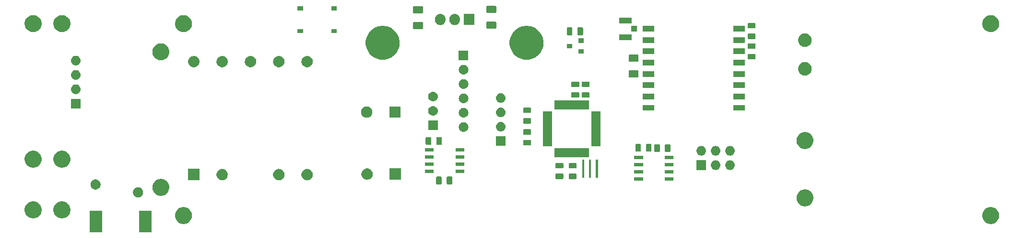
<source format=gts>
G04 #@! TF.GenerationSoftware,KiCad,Pcbnew,5.0.2-bee76a0~70~ubuntu18.04.1*
G04 #@! TF.CreationDate,2019-01-24T05:23:48+01:00*
G04 #@! TF.ProjectId,radiador,72616469-6164-46f7-922e-6b696361645f,rev?*
G04 #@! TF.SameCoordinates,Original*
G04 #@! TF.FileFunction,Soldermask,Top*
G04 #@! TF.FilePolarity,Negative*
%FSLAX46Y46*%
G04 Gerber Fmt 4.6, Leading zero omitted, Abs format (unit mm)*
G04 Created by KiCad (PCBNEW 5.0.2-bee76a0~70~ubuntu18.04.1) date jue 24 ene 2019 05:23:48 CET*
%MOMM*%
%LPD*%
G01*
G04 APERTURE LIST*
%ADD10C,0.100000*%
G04 APERTURE END LIST*
D10*
G36*
X48376000Y-60929600D02*
X46176000Y-60929600D01*
X46176000Y-57129600D01*
X48376000Y-57129600D01*
X48376000Y-60929600D01*
X48376000Y-60929600D01*
G37*
G36*
X39676000Y-60929600D02*
X37476000Y-60929600D01*
X37476000Y-57129600D01*
X39676000Y-57129600D01*
X39676000Y-60929600D01*
X39676000Y-60929600D01*
G37*
G36*
X196840935Y-56538429D02*
X196937534Y-56557644D01*
X197210517Y-56670717D01*
X197452920Y-56832687D01*
X197456197Y-56834876D01*
X197665124Y-57043803D01*
X197665126Y-57043806D01*
X197829283Y-57289483D01*
X197942356Y-57562466D01*
X198000000Y-57852263D01*
X198000000Y-58147737D01*
X197942356Y-58437534D01*
X197916482Y-58500000D01*
X197829284Y-58710515D01*
X197665124Y-58956197D01*
X197456197Y-59165124D01*
X197456194Y-59165126D01*
X197210517Y-59329283D01*
X196937534Y-59442356D01*
X196840935Y-59461571D01*
X196647739Y-59500000D01*
X196352261Y-59500000D01*
X196159065Y-59461571D01*
X196062466Y-59442356D01*
X195789483Y-59329283D01*
X195543806Y-59165126D01*
X195543803Y-59165124D01*
X195334876Y-58956197D01*
X195170716Y-58710515D01*
X195083518Y-58500000D01*
X195057644Y-58437534D01*
X195000000Y-58147737D01*
X195000000Y-57852263D01*
X195057644Y-57562466D01*
X195170717Y-57289483D01*
X195334874Y-57043806D01*
X195334876Y-57043803D01*
X195543803Y-56834876D01*
X195547080Y-56832687D01*
X195789483Y-56670717D01*
X196062466Y-56557644D01*
X196159065Y-56538429D01*
X196352261Y-56500000D01*
X196647739Y-56500000D01*
X196840935Y-56538429D01*
X196840935Y-56538429D01*
G37*
G36*
X54340935Y-56538429D02*
X54437534Y-56557644D01*
X54710517Y-56670717D01*
X54952920Y-56832687D01*
X54956197Y-56834876D01*
X55165124Y-57043803D01*
X55165126Y-57043806D01*
X55329283Y-57289483D01*
X55442356Y-57562466D01*
X55500000Y-57852263D01*
X55500000Y-58147737D01*
X55442356Y-58437534D01*
X55416482Y-58500000D01*
X55329284Y-58710515D01*
X55165124Y-58956197D01*
X54956197Y-59165124D01*
X54956194Y-59165126D01*
X54710517Y-59329283D01*
X54437534Y-59442356D01*
X54340935Y-59461571D01*
X54147739Y-59500000D01*
X53852261Y-59500000D01*
X53659065Y-59461571D01*
X53562466Y-59442356D01*
X53289483Y-59329283D01*
X53043806Y-59165126D01*
X53043803Y-59165124D01*
X52834876Y-58956197D01*
X52670716Y-58710515D01*
X52583518Y-58500000D01*
X52557644Y-58437534D01*
X52500000Y-58147737D01*
X52500000Y-57852263D01*
X52557644Y-57562466D01*
X52670717Y-57289483D01*
X52834874Y-57043806D01*
X52834876Y-57043803D01*
X53043803Y-56834876D01*
X53047080Y-56832687D01*
X53289483Y-56670717D01*
X53562466Y-56557644D01*
X53659065Y-56538429D01*
X53852261Y-56500000D01*
X54147739Y-56500000D01*
X54340935Y-56538429D01*
X54340935Y-56538429D01*
G37*
G36*
X27800935Y-55538429D02*
X27897534Y-55557644D01*
X28170517Y-55670717D01*
X28394224Y-55820194D01*
X28416197Y-55834876D01*
X28625124Y-56043803D01*
X28625126Y-56043806D01*
X28789283Y-56289483D01*
X28902356Y-56562466D01*
X28960000Y-56852263D01*
X28960000Y-57147737D01*
X28902356Y-57437534D01*
X28850607Y-57562467D01*
X28789284Y-57710515D01*
X28625124Y-57956197D01*
X28416197Y-58165124D01*
X28416194Y-58165126D01*
X28170517Y-58329283D01*
X27897534Y-58442356D01*
X27800935Y-58461571D01*
X27607739Y-58500000D01*
X27312261Y-58500000D01*
X27119065Y-58461571D01*
X27022466Y-58442356D01*
X26749483Y-58329283D01*
X26503806Y-58165126D01*
X26503803Y-58165124D01*
X26294876Y-57956197D01*
X26130716Y-57710515D01*
X26069393Y-57562467D01*
X26017644Y-57437534D01*
X25960000Y-57147737D01*
X25960000Y-56852263D01*
X26017644Y-56562466D01*
X26130717Y-56289483D01*
X26294874Y-56043806D01*
X26294876Y-56043803D01*
X26503803Y-55834876D01*
X26525776Y-55820194D01*
X26749483Y-55670717D01*
X27022466Y-55557644D01*
X27119065Y-55538429D01*
X27312261Y-55500000D01*
X27607739Y-55500000D01*
X27800935Y-55538429D01*
X27800935Y-55538429D01*
G37*
G36*
X32880935Y-55538429D02*
X32977534Y-55557644D01*
X33250517Y-55670717D01*
X33474224Y-55820194D01*
X33496197Y-55834876D01*
X33705124Y-56043803D01*
X33705126Y-56043806D01*
X33869283Y-56289483D01*
X33982356Y-56562466D01*
X34040000Y-56852263D01*
X34040000Y-57147737D01*
X33982356Y-57437534D01*
X33930607Y-57562467D01*
X33869284Y-57710515D01*
X33705124Y-57956197D01*
X33496197Y-58165124D01*
X33496194Y-58165126D01*
X33250517Y-58329283D01*
X32977534Y-58442356D01*
X32880935Y-58461571D01*
X32687739Y-58500000D01*
X32392261Y-58500000D01*
X32199065Y-58461571D01*
X32102466Y-58442356D01*
X31829483Y-58329283D01*
X31583806Y-58165126D01*
X31583803Y-58165124D01*
X31374876Y-57956197D01*
X31210716Y-57710515D01*
X31149393Y-57562467D01*
X31097644Y-57437534D01*
X31040000Y-57147737D01*
X31040000Y-56852263D01*
X31097644Y-56562466D01*
X31210717Y-56289483D01*
X31374874Y-56043806D01*
X31374876Y-56043803D01*
X31583803Y-55834876D01*
X31605776Y-55820194D01*
X31829483Y-55670717D01*
X32102466Y-55557644D01*
X32199065Y-55538429D01*
X32392261Y-55500000D01*
X32687739Y-55500000D01*
X32880935Y-55538429D01*
X32880935Y-55538429D01*
G37*
G36*
X164025689Y-53398800D02*
X164140534Y-53421644D01*
X164413517Y-53534717D01*
X164565514Y-53636279D01*
X164659197Y-53698876D01*
X164868124Y-53907803D01*
X164868126Y-53907806D01*
X165032283Y-54153483D01*
X165105102Y-54329283D01*
X165145356Y-54426467D01*
X165199044Y-54696371D01*
X165203000Y-54716263D01*
X165203000Y-55011737D01*
X165145356Y-55301534D01*
X165032283Y-55574517D01*
X164968004Y-55670717D01*
X164868124Y-55820197D01*
X164659197Y-56029124D01*
X164659194Y-56029126D01*
X164413517Y-56193283D01*
X164140534Y-56306356D01*
X164043935Y-56325571D01*
X163850739Y-56364000D01*
X163555261Y-56364000D01*
X163362065Y-56325571D01*
X163265466Y-56306356D01*
X162992483Y-56193283D01*
X162746806Y-56029126D01*
X162746803Y-56029124D01*
X162537876Y-55820197D01*
X162437996Y-55670717D01*
X162373717Y-55574517D01*
X162260644Y-55301534D01*
X162203000Y-55011737D01*
X162203000Y-54716263D01*
X162206957Y-54696371D01*
X162260644Y-54426467D01*
X162300899Y-54329283D01*
X162373717Y-54153483D01*
X162537874Y-53907806D01*
X162537876Y-53907803D01*
X162746803Y-53698876D01*
X162840486Y-53636279D01*
X162992483Y-53534717D01*
X163265466Y-53421644D01*
X163380311Y-53398800D01*
X163555261Y-53364000D01*
X163850739Y-53364000D01*
X164025689Y-53398800D01*
X164025689Y-53398800D01*
G37*
G36*
X46236521Y-53033386D02*
X46400309Y-53101229D01*
X46547720Y-53199726D01*
X46673074Y-53325080D01*
X46771571Y-53472491D01*
X46839414Y-53636279D01*
X46874000Y-53810156D01*
X46874000Y-53987444D01*
X46839414Y-54161321D01*
X46771571Y-54325109D01*
X46673074Y-54472520D01*
X46547720Y-54597874D01*
X46400309Y-54696371D01*
X46236521Y-54764214D01*
X46062644Y-54798800D01*
X45885356Y-54798800D01*
X45711479Y-54764214D01*
X45547691Y-54696371D01*
X45400280Y-54597874D01*
X45274926Y-54472520D01*
X45176429Y-54325109D01*
X45108586Y-54161321D01*
X45074000Y-53987444D01*
X45074000Y-53810156D01*
X45108586Y-53636279D01*
X45176429Y-53472491D01*
X45274926Y-53325080D01*
X45400280Y-53199726D01*
X45547691Y-53101229D01*
X45711479Y-53033386D01*
X45885356Y-52998800D01*
X46062644Y-52998800D01*
X46236521Y-53033386D01*
X46236521Y-53033386D01*
G37*
G36*
X50331155Y-51536484D02*
X50437534Y-51557644D01*
X50561931Y-51609171D01*
X50654708Y-51647600D01*
X50710517Y-51670717D01*
X50940748Y-51824553D01*
X50956197Y-51834876D01*
X51165124Y-52043803D01*
X51165126Y-52043806D01*
X51329283Y-52289483D01*
X51407328Y-52477900D01*
X51442356Y-52562467D01*
X51481911Y-52761320D01*
X51500000Y-52852263D01*
X51500000Y-53147737D01*
X51442356Y-53437534D01*
X51329283Y-53710517D01*
X51197460Y-53907803D01*
X51165124Y-53956197D01*
X50956197Y-54165124D01*
X50956194Y-54165126D01*
X50710517Y-54329283D01*
X50437534Y-54442356D01*
X50340935Y-54461571D01*
X50147739Y-54500000D01*
X49852261Y-54500000D01*
X49659065Y-54461571D01*
X49562466Y-54442356D01*
X49289483Y-54329283D01*
X49043806Y-54165126D01*
X49043803Y-54165124D01*
X48834876Y-53956197D01*
X48802540Y-53907803D01*
X48670717Y-53710517D01*
X48557644Y-53437534D01*
X48500000Y-53147737D01*
X48500000Y-52852263D01*
X48518090Y-52761320D01*
X48557644Y-52562467D01*
X48592673Y-52477900D01*
X48670717Y-52289483D01*
X48834874Y-52043806D01*
X48834876Y-52043803D01*
X49043803Y-51834876D01*
X49059252Y-51824553D01*
X49289483Y-51670717D01*
X49345293Y-51647600D01*
X49438069Y-51609171D01*
X49562466Y-51557644D01*
X49668845Y-51536484D01*
X49852261Y-51500000D01*
X50147739Y-51500000D01*
X50331155Y-51536484D01*
X50331155Y-51536484D01*
G37*
G36*
X38736521Y-51633386D02*
X38900309Y-51701229D01*
X39047720Y-51799726D01*
X39173074Y-51925080D01*
X39271571Y-52072491D01*
X39339414Y-52236279D01*
X39374000Y-52410156D01*
X39374000Y-52587444D01*
X39339414Y-52761321D01*
X39271571Y-52925109D01*
X39173074Y-53072520D01*
X39047720Y-53197874D01*
X38900309Y-53296371D01*
X38736521Y-53364214D01*
X38562644Y-53398800D01*
X38385356Y-53398800D01*
X38211479Y-53364214D01*
X38047691Y-53296371D01*
X37900280Y-53197874D01*
X37774926Y-53072520D01*
X37676429Y-52925109D01*
X37608586Y-52761321D01*
X37574000Y-52587444D01*
X37574000Y-52410156D01*
X37608586Y-52236279D01*
X37676429Y-52072491D01*
X37774926Y-51925080D01*
X37900280Y-51799726D01*
X38047691Y-51701229D01*
X38211479Y-51633386D01*
X38385356Y-51598800D01*
X38562644Y-51598800D01*
X38736521Y-51633386D01*
X38736521Y-51633386D01*
G37*
G36*
X99416492Y-51081976D02*
X99450383Y-51092257D01*
X99481611Y-51108948D01*
X99508985Y-51131415D01*
X99531452Y-51158789D01*
X99548143Y-51190017D01*
X99558424Y-51223908D01*
X99562500Y-51265291D01*
X99562500Y-52290509D01*
X99558424Y-52331892D01*
X99548143Y-52365783D01*
X99531452Y-52397011D01*
X99508985Y-52424385D01*
X99481611Y-52446852D01*
X99450383Y-52463543D01*
X99416492Y-52473824D01*
X99375109Y-52477900D01*
X98774891Y-52477900D01*
X98733508Y-52473824D01*
X98699617Y-52463543D01*
X98668389Y-52446852D01*
X98641015Y-52424385D01*
X98618548Y-52397011D01*
X98601857Y-52365783D01*
X98591576Y-52331892D01*
X98587500Y-52290509D01*
X98587500Y-51265291D01*
X98591576Y-51223908D01*
X98601857Y-51190017D01*
X98618548Y-51158789D01*
X98641015Y-51131415D01*
X98668389Y-51108948D01*
X98699617Y-51092257D01*
X98733508Y-51081976D01*
X98774891Y-51077900D01*
X99375109Y-51077900D01*
X99416492Y-51081976D01*
X99416492Y-51081976D01*
G37*
G36*
X101291492Y-51081976D02*
X101325383Y-51092257D01*
X101356611Y-51108948D01*
X101383985Y-51131415D01*
X101406452Y-51158789D01*
X101423143Y-51190017D01*
X101433424Y-51223908D01*
X101437500Y-51265291D01*
X101437500Y-52290509D01*
X101433424Y-52331892D01*
X101423143Y-52365783D01*
X101406452Y-52397011D01*
X101383985Y-52424385D01*
X101356611Y-52446852D01*
X101325383Y-52463543D01*
X101291492Y-52473824D01*
X101250109Y-52477900D01*
X100649891Y-52477900D01*
X100608508Y-52473824D01*
X100574617Y-52463543D01*
X100543389Y-52446852D01*
X100516015Y-52424385D01*
X100493548Y-52397011D01*
X100476857Y-52365783D01*
X100466576Y-52331892D01*
X100462500Y-52290509D01*
X100462500Y-51265291D01*
X100466576Y-51223908D01*
X100476857Y-51190017D01*
X100493548Y-51158789D01*
X100516015Y-51131415D01*
X100543389Y-51108948D01*
X100574617Y-51092257D01*
X100608508Y-51081976D01*
X100649891Y-51077900D01*
X101250109Y-51077900D01*
X101291492Y-51081976D01*
X101291492Y-51081976D01*
G37*
G36*
X140513841Y-51824553D02*
X138963841Y-51824553D01*
X138963841Y-51224553D01*
X140513841Y-51224553D01*
X140513841Y-51824553D01*
X140513841Y-51824553D01*
G37*
G36*
X135113841Y-51824553D02*
X133563841Y-51824553D01*
X133563841Y-51224553D01*
X135113841Y-51224553D01*
X135113841Y-51824553D01*
X135113841Y-51824553D01*
G37*
G36*
X75992270Y-49751872D02*
X76108189Y-49774929D01*
X76290178Y-49850311D01*
X76453963Y-49959749D01*
X76593251Y-50099037D01*
X76702689Y-50262822D01*
X76778071Y-50444811D01*
X76816500Y-50638009D01*
X76816500Y-50834991D01*
X76778071Y-51028189D01*
X76702689Y-51210178D01*
X76593251Y-51373963D01*
X76453963Y-51513251D01*
X76290178Y-51622689D01*
X76108189Y-51698071D01*
X75992270Y-51721128D01*
X75914993Y-51736500D01*
X75718007Y-51736500D01*
X75640730Y-51721128D01*
X75524811Y-51698071D01*
X75342822Y-51622689D01*
X75179037Y-51513251D01*
X75039749Y-51373963D01*
X74930311Y-51210178D01*
X74854929Y-51028189D01*
X74816500Y-50834991D01*
X74816500Y-50638009D01*
X74854929Y-50444811D01*
X74930311Y-50262822D01*
X75039749Y-50099037D01*
X75179037Y-49959749D01*
X75342822Y-49850311D01*
X75524811Y-49774929D01*
X75640730Y-49751872D01*
X75718007Y-49736500D01*
X75914993Y-49736500D01*
X75992270Y-49751872D01*
X75992270Y-49751872D01*
G37*
G36*
X70992270Y-49751872D02*
X71108189Y-49774929D01*
X71290178Y-49850311D01*
X71453963Y-49959749D01*
X71593251Y-50099037D01*
X71702689Y-50262822D01*
X71778071Y-50444811D01*
X71816500Y-50638009D01*
X71816500Y-50834991D01*
X71778071Y-51028189D01*
X71702689Y-51210178D01*
X71593251Y-51373963D01*
X71453963Y-51513251D01*
X71290178Y-51622689D01*
X71108189Y-51698071D01*
X70992270Y-51721128D01*
X70914993Y-51736500D01*
X70718007Y-51736500D01*
X70640730Y-51721128D01*
X70524811Y-51698071D01*
X70342822Y-51622689D01*
X70179037Y-51513251D01*
X70039749Y-51373963D01*
X69930311Y-51210178D01*
X69854929Y-51028189D01*
X69816500Y-50834991D01*
X69816500Y-50638009D01*
X69854929Y-50444811D01*
X69930311Y-50262822D01*
X70039749Y-50099037D01*
X70179037Y-49959749D01*
X70342822Y-49850311D01*
X70524811Y-49774929D01*
X70640730Y-49751872D01*
X70718007Y-49736500D01*
X70914993Y-49736500D01*
X70992270Y-49751872D01*
X70992270Y-49751872D01*
G37*
G36*
X60992270Y-49751872D02*
X61108189Y-49774929D01*
X61290178Y-49850311D01*
X61453963Y-49959749D01*
X61593251Y-50099037D01*
X61702689Y-50262822D01*
X61778071Y-50444811D01*
X61816500Y-50638009D01*
X61816500Y-50834991D01*
X61778071Y-51028189D01*
X61702689Y-51210178D01*
X61593251Y-51373963D01*
X61453963Y-51513251D01*
X61290178Y-51622689D01*
X61108189Y-51698071D01*
X60992270Y-51721128D01*
X60914993Y-51736500D01*
X60718007Y-51736500D01*
X60640730Y-51721128D01*
X60524811Y-51698071D01*
X60342822Y-51622689D01*
X60179037Y-51513251D01*
X60039749Y-51373963D01*
X59930311Y-51210178D01*
X59854929Y-51028189D01*
X59816500Y-50834991D01*
X59816500Y-50638009D01*
X59854929Y-50444811D01*
X59930311Y-50262822D01*
X60039749Y-50099037D01*
X60179037Y-49959749D01*
X60342822Y-49850311D01*
X60524811Y-49774929D01*
X60640730Y-49751872D01*
X60718007Y-49736500D01*
X60914993Y-49736500D01*
X60992270Y-49751872D01*
X60992270Y-49751872D01*
G37*
G36*
X56816500Y-51736500D02*
X54816500Y-51736500D01*
X54816500Y-49736500D01*
X56816500Y-49736500D01*
X56816500Y-51736500D01*
X56816500Y-51736500D01*
G37*
G36*
X92389200Y-51647600D02*
X90389200Y-51647600D01*
X90389200Y-49647600D01*
X92389200Y-49647600D01*
X92389200Y-51647600D01*
X92389200Y-51647600D01*
G37*
G36*
X86564970Y-49662972D02*
X86680889Y-49686029D01*
X86862878Y-49761411D01*
X87026663Y-49870849D01*
X87165951Y-50010137D01*
X87275389Y-50173922D01*
X87350771Y-50355911D01*
X87367557Y-50440300D01*
X87389200Y-50549107D01*
X87389200Y-50746093D01*
X87386084Y-50761757D01*
X87350771Y-50939289D01*
X87275389Y-51121278D01*
X87165951Y-51285063D01*
X87026663Y-51424351D01*
X86862878Y-51533789D01*
X86680889Y-51609171D01*
X86564970Y-51632228D01*
X86487693Y-51647600D01*
X86290707Y-51647600D01*
X86213430Y-51632228D01*
X86097511Y-51609171D01*
X85915522Y-51533789D01*
X85751737Y-51424351D01*
X85612449Y-51285063D01*
X85503011Y-51121278D01*
X85427629Y-50939289D01*
X85392316Y-50761757D01*
X85389200Y-50746093D01*
X85389200Y-50549107D01*
X85410843Y-50440300D01*
X85427629Y-50355911D01*
X85503011Y-50173922D01*
X85612449Y-50010137D01*
X85751737Y-49870849D01*
X85915522Y-49761411D01*
X86097511Y-49686029D01*
X86213430Y-49662972D01*
X86290707Y-49647600D01*
X86487693Y-49647600D01*
X86564970Y-49662972D01*
X86564970Y-49662972D01*
G37*
G36*
X120912823Y-50569636D02*
X120946714Y-50579917D01*
X120977942Y-50596608D01*
X121005316Y-50619075D01*
X121027783Y-50646449D01*
X121044474Y-50677677D01*
X121054755Y-50711568D01*
X121058831Y-50752951D01*
X121058831Y-51353169D01*
X121054755Y-51394552D01*
X121044474Y-51428443D01*
X121027783Y-51459671D01*
X121005316Y-51487045D01*
X120977942Y-51509512D01*
X120946714Y-51526203D01*
X120912823Y-51536484D01*
X120871440Y-51540560D01*
X119846222Y-51540560D01*
X119804839Y-51536484D01*
X119770948Y-51526203D01*
X119739720Y-51509512D01*
X119712346Y-51487045D01*
X119689879Y-51459671D01*
X119673188Y-51428443D01*
X119662907Y-51394552D01*
X119658831Y-51353169D01*
X119658831Y-50752951D01*
X119662907Y-50711568D01*
X119673188Y-50677677D01*
X119689879Y-50646449D01*
X119712346Y-50619075D01*
X119739720Y-50596608D01*
X119770948Y-50579917D01*
X119804839Y-50569636D01*
X119846222Y-50565560D01*
X120871440Y-50565560D01*
X120912823Y-50569636D01*
X120912823Y-50569636D01*
G37*
G36*
X123262323Y-50569636D02*
X123296214Y-50579917D01*
X123327442Y-50596608D01*
X123354816Y-50619075D01*
X123377283Y-50646449D01*
X123393974Y-50677677D01*
X123404255Y-50711568D01*
X123408331Y-50752951D01*
X123408331Y-51353169D01*
X123404255Y-51394552D01*
X123393974Y-51428443D01*
X123377283Y-51459671D01*
X123354816Y-51487045D01*
X123327442Y-51509512D01*
X123296214Y-51526203D01*
X123262323Y-51536484D01*
X123220940Y-51540560D01*
X122195722Y-51540560D01*
X122154339Y-51536484D01*
X122120448Y-51526203D01*
X122089220Y-51509512D01*
X122061846Y-51487045D01*
X122039379Y-51459671D01*
X122022688Y-51428443D01*
X122012407Y-51394552D01*
X122008331Y-51353169D01*
X122008331Y-50752951D01*
X122012407Y-50711568D01*
X122022688Y-50677677D01*
X122039379Y-50646449D01*
X122061846Y-50619075D01*
X122089220Y-50596608D01*
X122120448Y-50579917D01*
X122154339Y-50569636D01*
X122195722Y-50565560D01*
X123220940Y-50565560D01*
X123262323Y-50569636D01*
X123262323Y-50569636D01*
G37*
G36*
X125956331Y-51334560D02*
X125556331Y-51334560D01*
X125556331Y-48134560D01*
X125956331Y-48134560D01*
X125956331Y-51334560D01*
X125956331Y-51334560D01*
G37*
G36*
X127156331Y-51334560D02*
X126756331Y-51334560D01*
X126756331Y-48134560D01*
X127156331Y-48134560D01*
X127156331Y-51334560D01*
X127156331Y-51334560D01*
G37*
G36*
X124756331Y-51334560D02*
X124356331Y-51334560D01*
X124356331Y-48134560D01*
X124756331Y-48134560D01*
X124756331Y-51334560D01*
X124756331Y-51334560D01*
G37*
G36*
X135113841Y-50554553D02*
X133563841Y-50554553D01*
X133563841Y-49954553D01*
X135113841Y-49954553D01*
X135113841Y-50554553D01*
X135113841Y-50554553D01*
G37*
G36*
X140513841Y-50554553D02*
X138963841Y-50554553D01*
X138963841Y-49954553D01*
X140513841Y-49954553D01*
X140513841Y-50554553D01*
X140513841Y-50554553D01*
G37*
G36*
X103583380Y-50440300D02*
X102033380Y-50440300D01*
X102033380Y-49840300D01*
X103583380Y-49840300D01*
X103583380Y-50440300D01*
X103583380Y-50440300D01*
G37*
G36*
X98183380Y-50440300D02*
X96633380Y-50440300D01*
X96633380Y-49840300D01*
X98183380Y-49840300D01*
X98183380Y-50440300D01*
X98183380Y-50440300D01*
G37*
G36*
X150636230Y-48235099D02*
X150796455Y-48283703D01*
X150944120Y-48362631D01*
X151073549Y-48468851D01*
X151179769Y-48598280D01*
X151258697Y-48745945D01*
X151307301Y-48906170D01*
X151323712Y-49072800D01*
X151307301Y-49239430D01*
X151258697Y-49399655D01*
X151179769Y-49547320D01*
X151073549Y-49676749D01*
X150944120Y-49782969D01*
X150796455Y-49861897D01*
X150636230Y-49910501D01*
X150511352Y-49922800D01*
X150427848Y-49922800D01*
X150302970Y-49910501D01*
X150142745Y-49861897D01*
X149995080Y-49782969D01*
X149865651Y-49676749D01*
X149759431Y-49547320D01*
X149680503Y-49399655D01*
X149631899Y-49239430D01*
X149615488Y-49072800D01*
X149631899Y-48906170D01*
X149680503Y-48745945D01*
X149759431Y-48598280D01*
X149865651Y-48468851D01*
X149995080Y-48362631D01*
X150142745Y-48283703D01*
X150302970Y-48235099D01*
X150427848Y-48222800D01*
X150511352Y-48222800D01*
X150636230Y-48235099D01*
X150636230Y-48235099D01*
G37*
G36*
X146239600Y-49922800D02*
X144539600Y-49922800D01*
X144539600Y-48222800D01*
X146239600Y-48222800D01*
X146239600Y-49922800D01*
X146239600Y-49922800D01*
G37*
G36*
X148096230Y-48235099D02*
X148256455Y-48283703D01*
X148404120Y-48362631D01*
X148533549Y-48468851D01*
X148639769Y-48598280D01*
X148718697Y-48745945D01*
X148767301Y-48906170D01*
X148783712Y-49072800D01*
X148767301Y-49239430D01*
X148718697Y-49399655D01*
X148639769Y-49547320D01*
X148533549Y-49676749D01*
X148404120Y-49782969D01*
X148256455Y-49861897D01*
X148096230Y-49910501D01*
X147971352Y-49922800D01*
X147887848Y-49922800D01*
X147762970Y-49910501D01*
X147602745Y-49861897D01*
X147455080Y-49782969D01*
X147325651Y-49676749D01*
X147219431Y-49547320D01*
X147140503Y-49399655D01*
X147091899Y-49239430D01*
X147075488Y-49072800D01*
X147091899Y-48906170D01*
X147140503Y-48745945D01*
X147219431Y-48598280D01*
X147325651Y-48468851D01*
X147455080Y-48362631D01*
X147602745Y-48283703D01*
X147762970Y-48235099D01*
X147887848Y-48222800D01*
X147971352Y-48222800D01*
X148096230Y-48235099D01*
X148096230Y-48235099D01*
G37*
G36*
X123262323Y-48694636D02*
X123296214Y-48704917D01*
X123327442Y-48721608D01*
X123354816Y-48744075D01*
X123377283Y-48771449D01*
X123393974Y-48802677D01*
X123404255Y-48836568D01*
X123408331Y-48877951D01*
X123408331Y-49478169D01*
X123404255Y-49519552D01*
X123393974Y-49553443D01*
X123377283Y-49584671D01*
X123354816Y-49612045D01*
X123327442Y-49634512D01*
X123296214Y-49651203D01*
X123262323Y-49661484D01*
X123220940Y-49665560D01*
X122195722Y-49665560D01*
X122154339Y-49661484D01*
X122120448Y-49651203D01*
X122089220Y-49634512D01*
X122061846Y-49612045D01*
X122039379Y-49584671D01*
X122022688Y-49553443D01*
X122012407Y-49519552D01*
X122008331Y-49478169D01*
X122008331Y-48877951D01*
X122012407Y-48836568D01*
X122022688Y-48802677D01*
X122039379Y-48771449D01*
X122061846Y-48744075D01*
X122089220Y-48721608D01*
X122120448Y-48704917D01*
X122154339Y-48694636D01*
X122195722Y-48690560D01*
X123220940Y-48690560D01*
X123262323Y-48694636D01*
X123262323Y-48694636D01*
G37*
G36*
X120912823Y-48694636D02*
X120946714Y-48704917D01*
X120977942Y-48721608D01*
X121005316Y-48744075D01*
X121027783Y-48771449D01*
X121044474Y-48802677D01*
X121054755Y-48836568D01*
X121058831Y-48877951D01*
X121058831Y-49478169D01*
X121054755Y-49519552D01*
X121044474Y-49553443D01*
X121027783Y-49584671D01*
X121005316Y-49612045D01*
X120977942Y-49634512D01*
X120946714Y-49651203D01*
X120912823Y-49661484D01*
X120871440Y-49665560D01*
X119846222Y-49665560D01*
X119804839Y-49661484D01*
X119770948Y-49651203D01*
X119739720Y-49634512D01*
X119712346Y-49612045D01*
X119689879Y-49584671D01*
X119673188Y-49553443D01*
X119662907Y-49519552D01*
X119658831Y-49478169D01*
X119658831Y-48877951D01*
X119662907Y-48836568D01*
X119673188Y-48802677D01*
X119689879Y-48771449D01*
X119712346Y-48744075D01*
X119739720Y-48721608D01*
X119770948Y-48704917D01*
X119804839Y-48694636D01*
X119846222Y-48690560D01*
X120871440Y-48690560D01*
X120912823Y-48694636D01*
X120912823Y-48694636D01*
G37*
G36*
X27800935Y-46538429D02*
X27897534Y-46557644D01*
X28170517Y-46670717D01*
X28412920Y-46832687D01*
X28416197Y-46834876D01*
X28625124Y-47043803D01*
X28625126Y-47043806D01*
X28789283Y-47289483D01*
X28841089Y-47414553D01*
X28902356Y-47562467D01*
X28960000Y-47852261D01*
X28960000Y-48147739D01*
X28932955Y-48283703D01*
X28902356Y-48437534D01*
X28822402Y-48630560D01*
X28797550Y-48690560D01*
X28789283Y-48710517D01*
X28658551Y-48906170D01*
X28625124Y-48956197D01*
X28416197Y-49165124D01*
X28416194Y-49165126D01*
X28170517Y-49329283D01*
X27897534Y-49442356D01*
X27800935Y-49461571D01*
X27607739Y-49500000D01*
X27312261Y-49500000D01*
X27119065Y-49461571D01*
X27022466Y-49442356D01*
X26749483Y-49329283D01*
X26503806Y-49165126D01*
X26503803Y-49165124D01*
X26294876Y-48956197D01*
X26261449Y-48906170D01*
X26130717Y-48710517D01*
X26122451Y-48690560D01*
X26097598Y-48630560D01*
X26017644Y-48437534D01*
X25987045Y-48283703D01*
X25960000Y-48147739D01*
X25960000Y-47852261D01*
X26017644Y-47562467D01*
X26078912Y-47414553D01*
X26130717Y-47289483D01*
X26294874Y-47043806D01*
X26294876Y-47043803D01*
X26503803Y-46834876D01*
X26507080Y-46832687D01*
X26749483Y-46670717D01*
X27022466Y-46557644D01*
X27119065Y-46538429D01*
X27312261Y-46500000D01*
X27607739Y-46500000D01*
X27800935Y-46538429D01*
X27800935Y-46538429D01*
G37*
G36*
X32880935Y-46538429D02*
X32977534Y-46557644D01*
X33250517Y-46670717D01*
X33492920Y-46832687D01*
X33496197Y-46834876D01*
X33705124Y-47043803D01*
X33705126Y-47043806D01*
X33869283Y-47289483D01*
X33921089Y-47414553D01*
X33982356Y-47562467D01*
X34040000Y-47852261D01*
X34040000Y-48147739D01*
X34012955Y-48283703D01*
X33982356Y-48437534D01*
X33902402Y-48630560D01*
X33877550Y-48690560D01*
X33869283Y-48710517D01*
X33738551Y-48906170D01*
X33705124Y-48956197D01*
X33496197Y-49165124D01*
X33496194Y-49165126D01*
X33250517Y-49329283D01*
X32977534Y-49442356D01*
X32880935Y-49461571D01*
X32687739Y-49500000D01*
X32392261Y-49500000D01*
X32199065Y-49461571D01*
X32102466Y-49442356D01*
X31829483Y-49329283D01*
X31583806Y-49165126D01*
X31583803Y-49165124D01*
X31374876Y-48956197D01*
X31341449Y-48906170D01*
X31210717Y-48710517D01*
X31202451Y-48690560D01*
X31177598Y-48630560D01*
X31097644Y-48437534D01*
X31067045Y-48283703D01*
X31040000Y-48147739D01*
X31040000Y-47852261D01*
X31097644Y-47562467D01*
X31158912Y-47414553D01*
X31210717Y-47289483D01*
X31374874Y-47043806D01*
X31374876Y-47043803D01*
X31583803Y-46834876D01*
X31587080Y-46832687D01*
X31829483Y-46670717D01*
X32102466Y-46557644D01*
X32199065Y-46538429D01*
X32392261Y-46500000D01*
X32687739Y-46500000D01*
X32880935Y-46538429D01*
X32880935Y-46538429D01*
G37*
G36*
X140513841Y-49284553D02*
X138963841Y-49284553D01*
X138963841Y-48684553D01*
X140513841Y-48684553D01*
X140513841Y-49284553D01*
X140513841Y-49284553D01*
G37*
G36*
X135113841Y-49284553D02*
X133563841Y-49284553D01*
X133563841Y-48684553D01*
X135113841Y-48684553D01*
X135113841Y-49284553D01*
X135113841Y-49284553D01*
G37*
G36*
X103583380Y-49170300D02*
X102033380Y-49170300D01*
X102033380Y-48570300D01*
X103583380Y-48570300D01*
X103583380Y-49170300D01*
X103583380Y-49170300D01*
G37*
G36*
X98183380Y-49170300D02*
X96633380Y-49170300D01*
X96633380Y-48570300D01*
X98183380Y-48570300D01*
X98183380Y-49170300D01*
X98183380Y-49170300D01*
G37*
G36*
X135113841Y-48014553D02*
X133563841Y-48014553D01*
X133563841Y-47414553D01*
X135113841Y-47414553D01*
X135113841Y-48014553D01*
X135113841Y-48014553D01*
G37*
G36*
X140513841Y-48014553D02*
X138963841Y-48014553D01*
X138963841Y-47414553D01*
X140513841Y-47414553D01*
X140513841Y-48014553D01*
X140513841Y-48014553D01*
G37*
G36*
X98183380Y-47900300D02*
X96633380Y-47900300D01*
X96633380Y-47300300D01*
X98183380Y-47300300D01*
X98183380Y-47900300D01*
X98183380Y-47900300D01*
G37*
G36*
X103583380Y-47900300D02*
X102033380Y-47900300D01*
X102033380Y-47300300D01*
X103583380Y-47300300D01*
X103583380Y-47900300D01*
X103583380Y-47900300D01*
G37*
G36*
X125592831Y-47672560D02*
X119442831Y-47672560D01*
X119442831Y-46072560D01*
X125592831Y-46072560D01*
X125592831Y-47672560D01*
X125592831Y-47672560D01*
G37*
G36*
X150636230Y-45695099D02*
X150796455Y-45743703D01*
X150944120Y-45822631D01*
X151073549Y-45928851D01*
X151179769Y-46058280D01*
X151258697Y-46205945D01*
X151307301Y-46366170D01*
X151323712Y-46532800D01*
X151307301Y-46699430D01*
X151258697Y-46859655D01*
X151179769Y-47007320D01*
X151073549Y-47136749D01*
X150944120Y-47242969D01*
X150796455Y-47321897D01*
X150636230Y-47370501D01*
X150511352Y-47382800D01*
X150427848Y-47382800D01*
X150302970Y-47370501D01*
X150142745Y-47321897D01*
X149995080Y-47242969D01*
X149865651Y-47136749D01*
X149759431Y-47007320D01*
X149680503Y-46859655D01*
X149631899Y-46699430D01*
X149615488Y-46532800D01*
X149631899Y-46366170D01*
X149680503Y-46205945D01*
X149759431Y-46058280D01*
X149865651Y-45928851D01*
X149995080Y-45822631D01*
X150142745Y-45743703D01*
X150302970Y-45695099D01*
X150427848Y-45682800D01*
X150511352Y-45682800D01*
X150636230Y-45695099D01*
X150636230Y-45695099D01*
G37*
G36*
X145556230Y-45695099D02*
X145716455Y-45743703D01*
X145864120Y-45822631D01*
X145993549Y-45928851D01*
X146099769Y-46058280D01*
X146178697Y-46205945D01*
X146227301Y-46366170D01*
X146243712Y-46532800D01*
X146227301Y-46699430D01*
X146178697Y-46859655D01*
X146099769Y-47007320D01*
X145993549Y-47136749D01*
X145864120Y-47242969D01*
X145716455Y-47321897D01*
X145556230Y-47370501D01*
X145431352Y-47382800D01*
X145347848Y-47382800D01*
X145222970Y-47370501D01*
X145062745Y-47321897D01*
X144915080Y-47242969D01*
X144785651Y-47136749D01*
X144679431Y-47007320D01*
X144600503Y-46859655D01*
X144551899Y-46699430D01*
X144535488Y-46532800D01*
X144551899Y-46366170D01*
X144600503Y-46205945D01*
X144679431Y-46058280D01*
X144785651Y-45928851D01*
X144915080Y-45822631D01*
X145062745Y-45743703D01*
X145222970Y-45695099D01*
X145347848Y-45682800D01*
X145431352Y-45682800D01*
X145556230Y-45695099D01*
X145556230Y-45695099D01*
G37*
G36*
X148096230Y-45695099D02*
X148256455Y-45743703D01*
X148404120Y-45822631D01*
X148533549Y-45928851D01*
X148639769Y-46058280D01*
X148718697Y-46205945D01*
X148767301Y-46366170D01*
X148783712Y-46532800D01*
X148767301Y-46699430D01*
X148718697Y-46859655D01*
X148639769Y-47007320D01*
X148533549Y-47136749D01*
X148404120Y-47242969D01*
X148256455Y-47321897D01*
X148096230Y-47370501D01*
X147971352Y-47382800D01*
X147887848Y-47382800D01*
X147762970Y-47370501D01*
X147602745Y-47321897D01*
X147455080Y-47242969D01*
X147325651Y-47136749D01*
X147219431Y-47007320D01*
X147140503Y-46859655D01*
X147091899Y-46699430D01*
X147075488Y-46532800D01*
X147091899Y-46366170D01*
X147140503Y-46205945D01*
X147219431Y-46058280D01*
X147325651Y-45928851D01*
X147455080Y-45822631D01*
X147602745Y-45743703D01*
X147762970Y-45695099D01*
X147887848Y-45682800D01*
X147971352Y-45682800D01*
X148096230Y-45695099D01*
X148096230Y-45695099D01*
G37*
G36*
X139818973Y-45357469D02*
X139852864Y-45367750D01*
X139884092Y-45384441D01*
X139911466Y-45406908D01*
X139933933Y-45434282D01*
X139950624Y-45465510D01*
X139960905Y-45499401D01*
X139964981Y-45540784D01*
X139964981Y-46566002D01*
X139960905Y-46607385D01*
X139950624Y-46641276D01*
X139933933Y-46672504D01*
X139911466Y-46699878D01*
X139884092Y-46722345D01*
X139852864Y-46739036D01*
X139818973Y-46749317D01*
X139777590Y-46753393D01*
X139177372Y-46753393D01*
X139135989Y-46749317D01*
X139102098Y-46739036D01*
X139070870Y-46722345D01*
X139043496Y-46699878D01*
X139021029Y-46672504D01*
X139004338Y-46641276D01*
X138994057Y-46607385D01*
X138989981Y-46566002D01*
X138989981Y-45540784D01*
X138994057Y-45499401D01*
X139004338Y-45465510D01*
X139021029Y-45434282D01*
X139043496Y-45406908D01*
X139070870Y-45384441D01*
X139102098Y-45367750D01*
X139135989Y-45357469D01*
X139177372Y-45353393D01*
X139777590Y-45353393D01*
X139818973Y-45357469D01*
X139818973Y-45357469D01*
G37*
G36*
X137943973Y-45357469D02*
X137977864Y-45367750D01*
X138009092Y-45384441D01*
X138036466Y-45406908D01*
X138058933Y-45434282D01*
X138075624Y-45465510D01*
X138085905Y-45499401D01*
X138089981Y-45540784D01*
X138089981Y-46566002D01*
X138085905Y-46607385D01*
X138075624Y-46641276D01*
X138058933Y-46672504D01*
X138036466Y-46699878D01*
X138009092Y-46722345D01*
X137977864Y-46739036D01*
X137943973Y-46749317D01*
X137902590Y-46753393D01*
X137302372Y-46753393D01*
X137260989Y-46749317D01*
X137227098Y-46739036D01*
X137195870Y-46722345D01*
X137168496Y-46699878D01*
X137146029Y-46672504D01*
X137129338Y-46641276D01*
X137119057Y-46607385D01*
X137114981Y-46566002D01*
X137114981Y-45540784D01*
X137119057Y-45499401D01*
X137129338Y-45465510D01*
X137146029Y-45434282D01*
X137168496Y-45406908D01*
X137195870Y-45384441D01*
X137227098Y-45367750D01*
X137260989Y-45357469D01*
X137302372Y-45353393D01*
X137902590Y-45353393D01*
X137943973Y-45357469D01*
X137943973Y-45357469D01*
G37*
G36*
X134601333Y-45304129D02*
X134635224Y-45314410D01*
X134666452Y-45331101D01*
X134693826Y-45353568D01*
X134716293Y-45380942D01*
X134732984Y-45412170D01*
X134743265Y-45446061D01*
X134747341Y-45487444D01*
X134747341Y-46512662D01*
X134743265Y-46554045D01*
X134732984Y-46587936D01*
X134716293Y-46619164D01*
X134693826Y-46646538D01*
X134666452Y-46669005D01*
X134635224Y-46685696D01*
X134601333Y-46695977D01*
X134559950Y-46700053D01*
X133959732Y-46700053D01*
X133918349Y-46695977D01*
X133884458Y-46685696D01*
X133853230Y-46669005D01*
X133825856Y-46646538D01*
X133803389Y-46619164D01*
X133786698Y-46587936D01*
X133776417Y-46554045D01*
X133772341Y-46512662D01*
X133772341Y-45487444D01*
X133776417Y-45446061D01*
X133786698Y-45412170D01*
X133803389Y-45380942D01*
X133825856Y-45353568D01*
X133853230Y-45331101D01*
X133884458Y-45314410D01*
X133918349Y-45304129D01*
X133959732Y-45300053D01*
X134559950Y-45300053D01*
X134601333Y-45304129D01*
X134601333Y-45304129D01*
G37*
G36*
X136476333Y-45304129D02*
X136510224Y-45314410D01*
X136541452Y-45331101D01*
X136568826Y-45353568D01*
X136591293Y-45380942D01*
X136607984Y-45412170D01*
X136618265Y-45446061D01*
X136622341Y-45487444D01*
X136622341Y-46512662D01*
X136618265Y-46554045D01*
X136607984Y-46587936D01*
X136591293Y-46619164D01*
X136568826Y-46646538D01*
X136541452Y-46669005D01*
X136510224Y-46685696D01*
X136476333Y-46695977D01*
X136434950Y-46700053D01*
X135834732Y-46700053D01*
X135793349Y-46695977D01*
X135759458Y-46685696D01*
X135728230Y-46669005D01*
X135700856Y-46646538D01*
X135678389Y-46619164D01*
X135661698Y-46587936D01*
X135651417Y-46554045D01*
X135647341Y-46512662D01*
X135647341Y-45487444D01*
X135651417Y-45446061D01*
X135661698Y-45412170D01*
X135678389Y-45380942D01*
X135700856Y-45353568D01*
X135728230Y-45331101D01*
X135759458Y-45314410D01*
X135793349Y-45304129D01*
X135834732Y-45300053D01*
X136434950Y-45300053D01*
X136476333Y-45304129D01*
X136476333Y-45304129D01*
G37*
G36*
X98183380Y-46630300D02*
X96633380Y-46630300D01*
X96633380Y-46030300D01*
X98183380Y-46030300D01*
X98183380Y-46630300D01*
X98183380Y-46630300D01*
G37*
G36*
X103583380Y-46630300D02*
X102033380Y-46630300D01*
X102033380Y-46030300D01*
X103583380Y-46030300D01*
X103583380Y-46630300D01*
X103583380Y-46630300D01*
G37*
G36*
X164043935Y-43242429D02*
X164140534Y-43261644D01*
X164413517Y-43374717D01*
X164528355Y-43451450D01*
X164659197Y-43538876D01*
X164868124Y-43747803D01*
X164868126Y-43747806D01*
X165032283Y-43993483D01*
X165145356Y-44266466D01*
X165159316Y-44336650D01*
X165203000Y-44556261D01*
X165203000Y-44851739D01*
X165145356Y-45141533D01*
X165044688Y-45384570D01*
X165032283Y-45414517D01*
X164870313Y-45656920D01*
X164868124Y-45660197D01*
X164659197Y-45869124D01*
X164659194Y-45869126D01*
X164413517Y-46033283D01*
X164140534Y-46146356D01*
X164043935Y-46165571D01*
X163850739Y-46204000D01*
X163555261Y-46204000D01*
X163362065Y-46165571D01*
X163265466Y-46146356D01*
X162992483Y-46033283D01*
X162746806Y-45869126D01*
X162746803Y-45869124D01*
X162537876Y-45660197D01*
X162535687Y-45656920D01*
X162373717Y-45414517D01*
X162361313Y-45384570D01*
X162260644Y-45141533D01*
X162203000Y-44851739D01*
X162203000Y-44556261D01*
X162246684Y-44336650D01*
X162260644Y-44266466D01*
X162373717Y-43993483D01*
X162537874Y-43747806D01*
X162537876Y-43747803D01*
X162746803Y-43538876D01*
X162877645Y-43451450D01*
X162992483Y-43374717D01*
X163265466Y-43261644D01*
X163362065Y-43242429D01*
X163555261Y-43204000D01*
X163850739Y-43204000D01*
X164043935Y-43242429D01*
X164043935Y-43242429D01*
G37*
G36*
X127567831Y-45697560D02*
X125967831Y-45697560D01*
X125967831Y-39547560D01*
X127567831Y-39547560D01*
X127567831Y-45697560D01*
X127567831Y-45697560D01*
G37*
G36*
X119067831Y-45697560D02*
X117467831Y-45697560D01*
X117467831Y-39547560D01*
X119067831Y-39547560D01*
X119067831Y-45697560D01*
X119067831Y-45697560D01*
G37*
G36*
X110850000Y-45660000D02*
X109150000Y-45660000D01*
X109150000Y-43960000D01*
X110850000Y-43960000D01*
X110850000Y-45660000D01*
X110850000Y-45660000D01*
G37*
G36*
X115209592Y-44599276D02*
X115243483Y-44609557D01*
X115274711Y-44626248D01*
X115302085Y-44648715D01*
X115324552Y-44676089D01*
X115341243Y-44707317D01*
X115351524Y-44741208D01*
X115355600Y-44782591D01*
X115355600Y-45382809D01*
X115351524Y-45424192D01*
X115341243Y-45458083D01*
X115324552Y-45489311D01*
X115302085Y-45516685D01*
X115274711Y-45539152D01*
X115243483Y-45555843D01*
X115209592Y-45566124D01*
X115168209Y-45570200D01*
X114142991Y-45570200D01*
X114101608Y-45566124D01*
X114067717Y-45555843D01*
X114036489Y-45539152D01*
X114009115Y-45516685D01*
X113986648Y-45489311D01*
X113969957Y-45458083D01*
X113959676Y-45424192D01*
X113955600Y-45382809D01*
X113955600Y-44782591D01*
X113959676Y-44741208D01*
X113969957Y-44707317D01*
X113986648Y-44676089D01*
X114009115Y-44648715D01*
X114036489Y-44626248D01*
X114067717Y-44609557D01*
X114101608Y-44599276D01*
X114142991Y-44595200D01*
X115168209Y-44595200D01*
X115209592Y-44599276D01*
X115209592Y-44599276D01*
G37*
G36*
X97574992Y-44096976D02*
X97608883Y-44107257D01*
X97640111Y-44123948D01*
X97667485Y-44146415D01*
X97689952Y-44173789D01*
X97706643Y-44205017D01*
X97716924Y-44238908D01*
X97721000Y-44280291D01*
X97721000Y-45305509D01*
X97716924Y-45346892D01*
X97706643Y-45380783D01*
X97689952Y-45412011D01*
X97667485Y-45439385D01*
X97640111Y-45461852D01*
X97608883Y-45478543D01*
X97574992Y-45488824D01*
X97533609Y-45492900D01*
X96933391Y-45492900D01*
X96892008Y-45488824D01*
X96858117Y-45478543D01*
X96826889Y-45461852D01*
X96799515Y-45439385D01*
X96777048Y-45412011D01*
X96760357Y-45380783D01*
X96750076Y-45346892D01*
X96746000Y-45305509D01*
X96746000Y-44280291D01*
X96750076Y-44238908D01*
X96760357Y-44205017D01*
X96777048Y-44173789D01*
X96799515Y-44146415D01*
X96826889Y-44123948D01*
X96858117Y-44107257D01*
X96892008Y-44096976D01*
X96933391Y-44092900D01*
X97533609Y-44092900D01*
X97574992Y-44096976D01*
X97574992Y-44096976D01*
G37*
G36*
X99449992Y-44096976D02*
X99483883Y-44107257D01*
X99515111Y-44123948D01*
X99542485Y-44146415D01*
X99564952Y-44173789D01*
X99581643Y-44205017D01*
X99591924Y-44238908D01*
X99596000Y-44280291D01*
X99596000Y-45305509D01*
X99591924Y-45346892D01*
X99581643Y-45380783D01*
X99564952Y-45412011D01*
X99542485Y-45439385D01*
X99515111Y-45461852D01*
X99483883Y-45478543D01*
X99449992Y-45488824D01*
X99408609Y-45492900D01*
X98808391Y-45492900D01*
X98767008Y-45488824D01*
X98733117Y-45478543D01*
X98701889Y-45461852D01*
X98674515Y-45439385D01*
X98652048Y-45412011D01*
X98635357Y-45380783D01*
X98625076Y-45346892D01*
X98621000Y-45305509D01*
X98621000Y-44280291D01*
X98625076Y-44238908D01*
X98635357Y-44205017D01*
X98652048Y-44173789D01*
X98674515Y-44146415D01*
X98701889Y-44123948D01*
X98733117Y-44107257D01*
X98767008Y-44096976D01*
X98808391Y-44092900D01*
X99408609Y-44092900D01*
X99449992Y-44096976D01*
X99449992Y-44096976D01*
G37*
G36*
X115209592Y-42724276D02*
X115243483Y-42734557D01*
X115274711Y-42751248D01*
X115302085Y-42773715D01*
X115324552Y-42801089D01*
X115341243Y-42832317D01*
X115351524Y-42866208D01*
X115355600Y-42907591D01*
X115355600Y-43507809D01*
X115351524Y-43549192D01*
X115341243Y-43583083D01*
X115324552Y-43614311D01*
X115302085Y-43641685D01*
X115274711Y-43664152D01*
X115243483Y-43680843D01*
X115209592Y-43691124D01*
X115168209Y-43695200D01*
X114142991Y-43695200D01*
X114101608Y-43691124D01*
X114067717Y-43680843D01*
X114036489Y-43664152D01*
X114009115Y-43641685D01*
X113986648Y-43614311D01*
X113969957Y-43583083D01*
X113959676Y-43549192D01*
X113955600Y-43507809D01*
X113955600Y-42907591D01*
X113959676Y-42866208D01*
X113969957Y-42832317D01*
X113986648Y-42801089D01*
X114009115Y-42773715D01*
X114036489Y-42751248D01*
X114067717Y-42734557D01*
X114101608Y-42724276D01*
X114142991Y-42720200D01*
X115168209Y-42720200D01*
X115209592Y-42724276D01*
X115209592Y-42724276D01*
G37*
G36*
X103595430Y-41478699D02*
X103755655Y-41527303D01*
X103903320Y-41606231D01*
X104032749Y-41712451D01*
X104138969Y-41841880D01*
X104217897Y-41989545D01*
X104266501Y-42149770D01*
X104282912Y-42316400D01*
X104266501Y-42483030D01*
X104217897Y-42643255D01*
X104138969Y-42790920D01*
X104032749Y-42920349D01*
X103903320Y-43026569D01*
X103755655Y-43105497D01*
X103595430Y-43154101D01*
X103470552Y-43166400D01*
X103387048Y-43166400D01*
X103262170Y-43154101D01*
X103101945Y-43105497D01*
X102954280Y-43026569D01*
X102824851Y-42920349D01*
X102718631Y-42790920D01*
X102639703Y-42643255D01*
X102591099Y-42483030D01*
X102574688Y-42316400D01*
X102591099Y-42149770D01*
X102639703Y-41989545D01*
X102718631Y-41841880D01*
X102824851Y-41712451D01*
X102954280Y-41606231D01*
X103101945Y-41527303D01*
X103262170Y-41478699D01*
X103387048Y-41466400D01*
X103470552Y-41466400D01*
X103595430Y-41478699D01*
X103595430Y-41478699D01*
G37*
G36*
X110166630Y-41432299D02*
X110326855Y-41480903D01*
X110474520Y-41559831D01*
X110603949Y-41666051D01*
X110710169Y-41795480D01*
X110789097Y-41943145D01*
X110837701Y-42103370D01*
X110854112Y-42270000D01*
X110837701Y-42436630D01*
X110789097Y-42596855D01*
X110710169Y-42744520D01*
X110603949Y-42873949D01*
X110474520Y-42980169D01*
X110326855Y-43059097D01*
X110166630Y-43107701D01*
X110041752Y-43120000D01*
X109958248Y-43120000D01*
X109833370Y-43107701D01*
X109673145Y-43059097D01*
X109525480Y-42980169D01*
X109396051Y-42873949D01*
X109289831Y-42744520D01*
X109210903Y-42596855D01*
X109162299Y-42436630D01*
X109145888Y-42270000D01*
X109162299Y-42103370D01*
X109210903Y-41943145D01*
X109289831Y-41795480D01*
X109396051Y-41666051D01*
X109525480Y-41559831D01*
X109673145Y-41480903D01*
X109833370Y-41432299D01*
X109958248Y-41420000D01*
X110041752Y-41420000D01*
X110166630Y-41432299D01*
X110166630Y-41432299D01*
G37*
G36*
X98894000Y-42861600D02*
X97194000Y-42861600D01*
X97194000Y-41161600D01*
X98894000Y-41161600D01*
X98894000Y-42861600D01*
X98894000Y-42861600D01*
G37*
G36*
X115209592Y-40738476D02*
X115243483Y-40748757D01*
X115274711Y-40765448D01*
X115302085Y-40787915D01*
X115324552Y-40815289D01*
X115341243Y-40846517D01*
X115351524Y-40880408D01*
X115355600Y-40921791D01*
X115355600Y-41522009D01*
X115351524Y-41563392D01*
X115341243Y-41597283D01*
X115324552Y-41628511D01*
X115302085Y-41655885D01*
X115274711Y-41678352D01*
X115243483Y-41695043D01*
X115209592Y-41705324D01*
X115168209Y-41709400D01*
X114142991Y-41709400D01*
X114101608Y-41705324D01*
X114067717Y-41695043D01*
X114036489Y-41678352D01*
X114009115Y-41655885D01*
X113986648Y-41628511D01*
X113969957Y-41597283D01*
X113959676Y-41563392D01*
X113955600Y-41522009D01*
X113955600Y-40921791D01*
X113959676Y-40880408D01*
X113969957Y-40846517D01*
X113986648Y-40815289D01*
X114009115Y-40787915D01*
X114036489Y-40765448D01*
X114067717Y-40748757D01*
X114101608Y-40738476D01*
X114142991Y-40734400D01*
X115168209Y-40734400D01*
X115209592Y-40738476D01*
X115209592Y-40738476D01*
G37*
G36*
X86514170Y-38690172D02*
X86630089Y-38713229D01*
X86812078Y-38788611D01*
X86975863Y-38898049D01*
X87115151Y-39037337D01*
X87224589Y-39201122D01*
X87299971Y-39383111D01*
X87305264Y-39409721D01*
X87338400Y-39576307D01*
X87338400Y-39773293D01*
X87329101Y-39820043D01*
X87299971Y-39966489D01*
X87224589Y-40148478D01*
X87115151Y-40312263D01*
X86975863Y-40451551D01*
X86812078Y-40560989D01*
X86630089Y-40636371D01*
X86514170Y-40659428D01*
X86436893Y-40674800D01*
X86239907Y-40674800D01*
X86162630Y-40659428D01*
X86046711Y-40636371D01*
X85864722Y-40560989D01*
X85700937Y-40451551D01*
X85561649Y-40312263D01*
X85452211Y-40148478D01*
X85376829Y-39966489D01*
X85347699Y-39820043D01*
X85338400Y-39773293D01*
X85338400Y-39576307D01*
X85371536Y-39409721D01*
X85376829Y-39383111D01*
X85452211Y-39201122D01*
X85561649Y-39037337D01*
X85700937Y-38898049D01*
X85864722Y-38788611D01*
X86046711Y-38713229D01*
X86162630Y-38690172D01*
X86239907Y-38674800D01*
X86436893Y-38674800D01*
X86514170Y-38690172D01*
X86514170Y-38690172D01*
G37*
G36*
X92338400Y-40674800D02*
X90338400Y-40674800D01*
X90338400Y-38674800D01*
X92338400Y-38674800D01*
X92338400Y-40674800D01*
X92338400Y-40674800D01*
G37*
G36*
X103595430Y-38938699D02*
X103755655Y-38987303D01*
X103903320Y-39066231D01*
X104032749Y-39172451D01*
X104138969Y-39301880D01*
X104217897Y-39449545D01*
X104266501Y-39609770D01*
X104282912Y-39776400D01*
X104266501Y-39943030D01*
X104217897Y-40103255D01*
X104138969Y-40250920D01*
X104032749Y-40380349D01*
X103903320Y-40486569D01*
X103755655Y-40565497D01*
X103595430Y-40614101D01*
X103470552Y-40626400D01*
X103387048Y-40626400D01*
X103262170Y-40614101D01*
X103101945Y-40565497D01*
X102954280Y-40486569D01*
X102824851Y-40380349D01*
X102718631Y-40250920D01*
X102639703Y-40103255D01*
X102591099Y-39943030D01*
X102574688Y-39776400D01*
X102591099Y-39609770D01*
X102639703Y-39449545D01*
X102718631Y-39301880D01*
X102824851Y-39172451D01*
X102954280Y-39066231D01*
X103101945Y-38987303D01*
X103262170Y-38938699D01*
X103387048Y-38926400D01*
X103470552Y-38926400D01*
X103595430Y-38938699D01*
X103595430Y-38938699D01*
G37*
G36*
X110166630Y-38892299D02*
X110326855Y-38940903D01*
X110474520Y-39019831D01*
X110603949Y-39126051D01*
X110710169Y-39255480D01*
X110789097Y-39403145D01*
X110837701Y-39563370D01*
X110854112Y-39730000D01*
X110837701Y-39896630D01*
X110789097Y-40056855D01*
X110710169Y-40204520D01*
X110603949Y-40333949D01*
X110474520Y-40440169D01*
X110326855Y-40519097D01*
X110166630Y-40567701D01*
X110041752Y-40580000D01*
X109958248Y-40580000D01*
X109833370Y-40567701D01*
X109673145Y-40519097D01*
X109525480Y-40440169D01*
X109396051Y-40333949D01*
X109289831Y-40204520D01*
X109210903Y-40056855D01*
X109162299Y-39896630D01*
X109145888Y-39730000D01*
X109162299Y-39563370D01*
X109210903Y-39403145D01*
X109289831Y-39255480D01*
X109396051Y-39126051D01*
X109525480Y-39019831D01*
X109673145Y-38940903D01*
X109833370Y-38892299D01*
X109958248Y-38880000D01*
X110041752Y-38880000D01*
X110166630Y-38892299D01*
X110166630Y-38892299D01*
G37*
G36*
X98210630Y-38633899D02*
X98370855Y-38682503D01*
X98518520Y-38761431D01*
X98647949Y-38867651D01*
X98754169Y-38997080D01*
X98833097Y-39144745D01*
X98881701Y-39304970D01*
X98898112Y-39471600D01*
X98881701Y-39638230D01*
X98833097Y-39798455D01*
X98754169Y-39946120D01*
X98647949Y-40075549D01*
X98518520Y-40181769D01*
X98370855Y-40260697D01*
X98210630Y-40309301D01*
X98085752Y-40321600D01*
X98002248Y-40321600D01*
X97877370Y-40309301D01*
X97717145Y-40260697D01*
X97569480Y-40181769D01*
X97440051Y-40075549D01*
X97333831Y-39946120D01*
X97254903Y-39798455D01*
X97206299Y-39638230D01*
X97189888Y-39471600D01*
X97206299Y-39304970D01*
X97254903Y-39144745D01*
X97333831Y-38997080D01*
X97440051Y-38867651D01*
X97569480Y-38761431D01*
X97717145Y-38682503D01*
X97877370Y-38633899D01*
X98002248Y-38621600D01*
X98085752Y-38621600D01*
X98210630Y-38633899D01*
X98210630Y-38633899D01*
G37*
G36*
X115209592Y-38863476D02*
X115243483Y-38873757D01*
X115274711Y-38890448D01*
X115302085Y-38912915D01*
X115324552Y-38940289D01*
X115341243Y-38971517D01*
X115351524Y-39005408D01*
X115355600Y-39046791D01*
X115355600Y-39647009D01*
X115351524Y-39688392D01*
X115341243Y-39722283D01*
X115324552Y-39753511D01*
X115302085Y-39780885D01*
X115274711Y-39803352D01*
X115243483Y-39820043D01*
X115209592Y-39830324D01*
X115168209Y-39834400D01*
X114142991Y-39834400D01*
X114101608Y-39830324D01*
X114067717Y-39820043D01*
X114036489Y-39803352D01*
X114009115Y-39780885D01*
X113986648Y-39753511D01*
X113969957Y-39722283D01*
X113959676Y-39688392D01*
X113955600Y-39647009D01*
X113955600Y-39046791D01*
X113959676Y-39005408D01*
X113969957Y-38971517D01*
X113986648Y-38940289D01*
X114009115Y-38912915D01*
X114036489Y-38890448D01*
X114067717Y-38873757D01*
X114101608Y-38863476D01*
X114142991Y-38859400D01*
X115168209Y-38859400D01*
X115209592Y-38863476D01*
X115209592Y-38863476D01*
G37*
G36*
X153063057Y-39409721D02*
X151063057Y-39409721D01*
X151063057Y-38409721D01*
X153063057Y-38409721D01*
X153063057Y-39409721D01*
X153063057Y-39409721D01*
G37*
G36*
X137063057Y-39409721D02*
X135063057Y-39409721D01*
X135063057Y-38409721D01*
X137063057Y-38409721D01*
X137063057Y-39409721D01*
X137063057Y-39409721D01*
G37*
G36*
X125592831Y-39172560D02*
X119442831Y-39172560D01*
X119442831Y-37572560D01*
X125592831Y-37572560D01*
X125592831Y-39172560D01*
X125592831Y-39172560D01*
G37*
G36*
X35838500Y-39013500D02*
X34138500Y-39013500D01*
X34138500Y-37313500D01*
X35838500Y-37313500D01*
X35838500Y-39013500D01*
X35838500Y-39013500D01*
G37*
G36*
X103595430Y-36398699D02*
X103755655Y-36447303D01*
X103903320Y-36526231D01*
X104032749Y-36632451D01*
X104138969Y-36761880D01*
X104217897Y-36909545D01*
X104266501Y-37069770D01*
X104282912Y-37236400D01*
X104266501Y-37403030D01*
X104217897Y-37563255D01*
X104138969Y-37710920D01*
X104032749Y-37840349D01*
X103903320Y-37946569D01*
X103755655Y-38025497D01*
X103595430Y-38074101D01*
X103470552Y-38086400D01*
X103387048Y-38086400D01*
X103262170Y-38074101D01*
X103101945Y-38025497D01*
X102954280Y-37946569D01*
X102824851Y-37840349D01*
X102718631Y-37710920D01*
X102639703Y-37563255D01*
X102591099Y-37403030D01*
X102574688Y-37236400D01*
X102591099Y-37069770D01*
X102639703Y-36909545D01*
X102718631Y-36761880D01*
X102824851Y-36632451D01*
X102954280Y-36526231D01*
X103101945Y-36447303D01*
X103262170Y-36398699D01*
X103387048Y-36386400D01*
X103470552Y-36386400D01*
X103595430Y-36398699D01*
X103595430Y-36398699D01*
G37*
G36*
X110166630Y-36352299D02*
X110326855Y-36400903D01*
X110474520Y-36479831D01*
X110603949Y-36586051D01*
X110710169Y-36715480D01*
X110789097Y-36863145D01*
X110837701Y-37023370D01*
X110854112Y-37190000D01*
X110837701Y-37356630D01*
X110789097Y-37516855D01*
X110710169Y-37664520D01*
X110603949Y-37793949D01*
X110474520Y-37900169D01*
X110326855Y-37979097D01*
X110166630Y-38027701D01*
X110041752Y-38040000D01*
X109958248Y-38040000D01*
X109833370Y-38027701D01*
X109673145Y-37979097D01*
X109525480Y-37900169D01*
X109396051Y-37793949D01*
X109289831Y-37664520D01*
X109210903Y-37516855D01*
X109162299Y-37356630D01*
X109145888Y-37190000D01*
X109162299Y-37023370D01*
X109210903Y-36863145D01*
X109289831Y-36715480D01*
X109396051Y-36586051D01*
X109525480Y-36479831D01*
X109673145Y-36400903D01*
X109833370Y-36352299D01*
X109958248Y-36340000D01*
X110041752Y-36340000D01*
X110166630Y-36352299D01*
X110166630Y-36352299D01*
G37*
G36*
X98210630Y-36093899D02*
X98370855Y-36142503D01*
X98518520Y-36221431D01*
X98647949Y-36327651D01*
X98754169Y-36457080D01*
X98833097Y-36604745D01*
X98881701Y-36764970D01*
X98898112Y-36931600D01*
X98881701Y-37098230D01*
X98833097Y-37258455D01*
X98754169Y-37406120D01*
X98647949Y-37535549D01*
X98518520Y-37641769D01*
X98370855Y-37720697D01*
X98210630Y-37769301D01*
X98085752Y-37781600D01*
X98002248Y-37781600D01*
X97877370Y-37769301D01*
X97717145Y-37720697D01*
X97569480Y-37641769D01*
X97440051Y-37535549D01*
X97333831Y-37406120D01*
X97254903Y-37258455D01*
X97206299Y-37098230D01*
X97189888Y-36931600D01*
X97206299Y-36764970D01*
X97254903Y-36604745D01*
X97333831Y-36457080D01*
X97440051Y-36327651D01*
X97569480Y-36221431D01*
X97717145Y-36142503D01*
X97877370Y-36093899D01*
X98002248Y-36081600D01*
X98085752Y-36081600D01*
X98210630Y-36093899D01*
X98210630Y-36093899D01*
G37*
G36*
X137063057Y-37409721D02*
X135063057Y-37409721D01*
X135063057Y-36409721D01*
X137063057Y-36409721D01*
X137063057Y-37409721D01*
X137063057Y-37409721D01*
G37*
G36*
X153063057Y-37409721D02*
X151063057Y-37409721D01*
X151063057Y-36409721D01*
X153063057Y-36409721D01*
X153063057Y-37409721D01*
X153063057Y-37409721D01*
G37*
G36*
X123706823Y-36155136D02*
X123740714Y-36165417D01*
X123771942Y-36182108D01*
X123799316Y-36204575D01*
X123821783Y-36231949D01*
X123838474Y-36263177D01*
X123848755Y-36297068D01*
X123852831Y-36338451D01*
X123852831Y-36938669D01*
X123848755Y-36980052D01*
X123838474Y-37013943D01*
X123821783Y-37045171D01*
X123799316Y-37072545D01*
X123771942Y-37095012D01*
X123740714Y-37111703D01*
X123706823Y-37121984D01*
X123665440Y-37126060D01*
X122640222Y-37126060D01*
X122598839Y-37121984D01*
X122564948Y-37111703D01*
X122533720Y-37095012D01*
X122506346Y-37072545D01*
X122483879Y-37045171D01*
X122467188Y-37013943D01*
X122456907Y-36980052D01*
X122452831Y-36938669D01*
X122452831Y-36338451D01*
X122456907Y-36297068D01*
X122467188Y-36263177D01*
X122483879Y-36231949D01*
X122506346Y-36204575D01*
X122533720Y-36182108D01*
X122564948Y-36165417D01*
X122598839Y-36155136D01*
X122640222Y-36151060D01*
X123665440Y-36151060D01*
X123706823Y-36155136D01*
X123706823Y-36155136D01*
G37*
G36*
X125548323Y-36155136D02*
X125582214Y-36165417D01*
X125613442Y-36182108D01*
X125640816Y-36204575D01*
X125663283Y-36231949D01*
X125679974Y-36263177D01*
X125690255Y-36297068D01*
X125694331Y-36338451D01*
X125694331Y-36938669D01*
X125690255Y-36980052D01*
X125679974Y-37013943D01*
X125663283Y-37045171D01*
X125640816Y-37072545D01*
X125613442Y-37095012D01*
X125582214Y-37111703D01*
X125548323Y-37121984D01*
X125506940Y-37126060D01*
X124481722Y-37126060D01*
X124440339Y-37121984D01*
X124406448Y-37111703D01*
X124375220Y-37095012D01*
X124347846Y-37072545D01*
X124325379Y-37045171D01*
X124308688Y-37013943D01*
X124298407Y-36980052D01*
X124294331Y-36938669D01*
X124294331Y-36338451D01*
X124298407Y-36297068D01*
X124308688Y-36263177D01*
X124325379Y-36231949D01*
X124347846Y-36204575D01*
X124375220Y-36182108D01*
X124406448Y-36165417D01*
X124440339Y-36155136D01*
X124481722Y-36151060D01*
X125506940Y-36151060D01*
X125548323Y-36155136D01*
X125548323Y-36155136D01*
G37*
G36*
X35155130Y-34785799D02*
X35315355Y-34834403D01*
X35463020Y-34913331D01*
X35592449Y-35019551D01*
X35698669Y-35148980D01*
X35777597Y-35296645D01*
X35826201Y-35456870D01*
X35842612Y-35623500D01*
X35826201Y-35790130D01*
X35777597Y-35950355D01*
X35698669Y-36098020D01*
X35592449Y-36227449D01*
X35463020Y-36333669D01*
X35315355Y-36412597D01*
X35155130Y-36461201D01*
X35030252Y-36473500D01*
X34946748Y-36473500D01*
X34821870Y-36461201D01*
X34661645Y-36412597D01*
X34513980Y-36333669D01*
X34384551Y-36227449D01*
X34278331Y-36098020D01*
X34199403Y-35950355D01*
X34150799Y-35790130D01*
X34134388Y-35623500D01*
X34150799Y-35456870D01*
X34199403Y-35296645D01*
X34278331Y-35148980D01*
X34384551Y-35019551D01*
X34513980Y-34913331D01*
X34661645Y-34834403D01*
X34821870Y-34785799D01*
X34946748Y-34773500D01*
X35030252Y-34773500D01*
X35155130Y-34785799D01*
X35155130Y-34785799D01*
G37*
G36*
X103595430Y-33858699D02*
X103755655Y-33907303D01*
X103903320Y-33986231D01*
X104032749Y-34092451D01*
X104138969Y-34221880D01*
X104217897Y-34369545D01*
X104266501Y-34529770D01*
X104282912Y-34696400D01*
X104266501Y-34863030D01*
X104217897Y-35023255D01*
X104138969Y-35170920D01*
X104032749Y-35300349D01*
X103903320Y-35406569D01*
X103755655Y-35485497D01*
X103595430Y-35534101D01*
X103470552Y-35546400D01*
X103387048Y-35546400D01*
X103262170Y-35534101D01*
X103101945Y-35485497D01*
X102954280Y-35406569D01*
X102824851Y-35300349D01*
X102718631Y-35170920D01*
X102639703Y-35023255D01*
X102591099Y-34863030D01*
X102574688Y-34696400D01*
X102591099Y-34529770D01*
X102639703Y-34369545D01*
X102718631Y-34221880D01*
X102824851Y-34092451D01*
X102954280Y-33986231D01*
X103101945Y-33907303D01*
X103262170Y-33858699D01*
X103387048Y-33846400D01*
X103470552Y-33846400D01*
X103595430Y-33858699D01*
X103595430Y-33858699D01*
G37*
G36*
X137063057Y-35409721D02*
X135063057Y-35409721D01*
X135063057Y-34409721D01*
X137063057Y-34409721D01*
X137063057Y-35409721D01*
X137063057Y-35409721D01*
G37*
G36*
X153063057Y-35409721D02*
X151063057Y-35409721D01*
X151063057Y-34409721D01*
X153063057Y-34409721D01*
X153063057Y-35409721D01*
X153063057Y-35409721D01*
G37*
G36*
X125548323Y-34280136D02*
X125582214Y-34290417D01*
X125613442Y-34307108D01*
X125640816Y-34329575D01*
X125663283Y-34356949D01*
X125679974Y-34388177D01*
X125690255Y-34422068D01*
X125694331Y-34463451D01*
X125694331Y-35063669D01*
X125690255Y-35105052D01*
X125679974Y-35138943D01*
X125663283Y-35170171D01*
X125640816Y-35197545D01*
X125613442Y-35220012D01*
X125582214Y-35236703D01*
X125548323Y-35246984D01*
X125506940Y-35251060D01*
X124481722Y-35251060D01*
X124440339Y-35246984D01*
X124406448Y-35236703D01*
X124375220Y-35220012D01*
X124347846Y-35197545D01*
X124325379Y-35170171D01*
X124308688Y-35138943D01*
X124298407Y-35105052D01*
X124294331Y-35063669D01*
X124294331Y-34463451D01*
X124298407Y-34422068D01*
X124308688Y-34388177D01*
X124325379Y-34356949D01*
X124347846Y-34329575D01*
X124375220Y-34307108D01*
X124406448Y-34290417D01*
X124440339Y-34280136D01*
X124481722Y-34276060D01*
X125506940Y-34276060D01*
X125548323Y-34280136D01*
X125548323Y-34280136D01*
G37*
G36*
X123706823Y-34280136D02*
X123740714Y-34290417D01*
X123771942Y-34307108D01*
X123799316Y-34329575D01*
X123821783Y-34356949D01*
X123838474Y-34388177D01*
X123848755Y-34422068D01*
X123852831Y-34463451D01*
X123852831Y-35063669D01*
X123848755Y-35105052D01*
X123838474Y-35138943D01*
X123821783Y-35170171D01*
X123799316Y-35197545D01*
X123771942Y-35220012D01*
X123740714Y-35236703D01*
X123706823Y-35246984D01*
X123665440Y-35251060D01*
X122640222Y-35251060D01*
X122598839Y-35246984D01*
X122564948Y-35236703D01*
X122533720Y-35220012D01*
X122506346Y-35197545D01*
X122483879Y-35170171D01*
X122467188Y-35138943D01*
X122456907Y-35105052D01*
X122452831Y-35063669D01*
X122452831Y-34463451D01*
X122456907Y-34422068D01*
X122467188Y-34388177D01*
X122483879Y-34356949D01*
X122506346Y-34329575D01*
X122533720Y-34307108D01*
X122564948Y-34290417D01*
X122598839Y-34280136D01*
X122640222Y-34276060D01*
X123665440Y-34276060D01*
X123706823Y-34280136D01*
X123706823Y-34280136D01*
G37*
G36*
X35155130Y-32245799D02*
X35315355Y-32294403D01*
X35463020Y-32373331D01*
X35592449Y-32479551D01*
X35698669Y-32608980D01*
X35777597Y-32756645D01*
X35826201Y-32916870D01*
X35842612Y-33083500D01*
X35826201Y-33250130D01*
X35777597Y-33410355D01*
X35698669Y-33558020D01*
X35592449Y-33687449D01*
X35463020Y-33793669D01*
X35315355Y-33872597D01*
X35155130Y-33921201D01*
X35030252Y-33933500D01*
X34946748Y-33933500D01*
X34821870Y-33921201D01*
X34661645Y-33872597D01*
X34513980Y-33793669D01*
X34384551Y-33687449D01*
X34278331Y-33558020D01*
X34199403Y-33410355D01*
X34150799Y-33250130D01*
X34134388Y-33083500D01*
X34150799Y-32916870D01*
X34199403Y-32756645D01*
X34278331Y-32608980D01*
X34384551Y-32479551D01*
X34513980Y-32373331D01*
X34661645Y-32294403D01*
X34821870Y-32245799D01*
X34946748Y-32233500D01*
X35030252Y-32233500D01*
X35155130Y-32245799D01*
X35155130Y-32245799D01*
G37*
G36*
X134192581Y-32307676D02*
X134225293Y-32317600D01*
X134255447Y-32333718D01*
X134281873Y-32355405D01*
X134303560Y-32381831D01*
X134319678Y-32411985D01*
X134329602Y-32444697D01*
X134333557Y-32484859D01*
X134333557Y-33372583D01*
X134329602Y-33412745D01*
X134319678Y-33445457D01*
X134303560Y-33475611D01*
X134281873Y-33502037D01*
X134255447Y-33523724D01*
X134225293Y-33539842D01*
X134192581Y-33549766D01*
X134152419Y-33553721D01*
X132764695Y-33553721D01*
X132724533Y-33549766D01*
X132691821Y-33539842D01*
X132661667Y-33523724D01*
X132635241Y-33502037D01*
X132613554Y-33475611D01*
X132597436Y-33445457D01*
X132587512Y-33412745D01*
X132583557Y-33372583D01*
X132583557Y-32484859D01*
X132587512Y-32444697D01*
X132597436Y-32411985D01*
X132613554Y-32381831D01*
X132635241Y-32355405D01*
X132661667Y-32333718D01*
X132691821Y-32317600D01*
X132724533Y-32307676D01*
X132764695Y-32303721D01*
X134152419Y-32303721D01*
X134192581Y-32307676D01*
X134192581Y-32307676D01*
G37*
G36*
X137063057Y-33409721D02*
X135063057Y-33409721D01*
X135063057Y-32409721D01*
X137063057Y-32409721D01*
X137063057Y-33409721D01*
X137063057Y-33409721D01*
G37*
G36*
X153063057Y-33409721D02*
X151063057Y-33409721D01*
X151063057Y-32409721D01*
X153063057Y-32409721D01*
X153063057Y-33409721D01*
X153063057Y-33409721D01*
G37*
G36*
X164053026Y-30850115D02*
X164271412Y-30940573D01*
X164467958Y-31071901D01*
X164635099Y-31239042D01*
X164766427Y-31435588D01*
X164856885Y-31653974D01*
X164903000Y-31885809D01*
X164903000Y-32122191D01*
X164856885Y-32354026D01*
X164766427Y-32572412D01*
X164635099Y-32768958D01*
X164467958Y-32936099D01*
X164271412Y-33067427D01*
X164053026Y-33157885D01*
X163821191Y-33204000D01*
X163584809Y-33204000D01*
X163352974Y-33157885D01*
X163134588Y-33067427D01*
X162938042Y-32936099D01*
X162770901Y-32768958D01*
X162639573Y-32572412D01*
X162549115Y-32354026D01*
X162503000Y-32122191D01*
X162503000Y-31885809D01*
X162549115Y-31653974D01*
X162639573Y-31435588D01*
X162770901Y-31239042D01*
X162938042Y-31071901D01*
X163134588Y-30940573D01*
X163352974Y-30850115D01*
X163584809Y-30804000D01*
X163821191Y-30804000D01*
X164053026Y-30850115D01*
X164053026Y-30850115D01*
G37*
G36*
X103595430Y-31318699D02*
X103755655Y-31367303D01*
X103903320Y-31446231D01*
X104032749Y-31552451D01*
X104138969Y-31681880D01*
X104217897Y-31829545D01*
X104266501Y-31989770D01*
X104282912Y-32156400D01*
X104266501Y-32323030D01*
X104217897Y-32483255D01*
X104138969Y-32630920D01*
X104032749Y-32760349D01*
X103903320Y-32866569D01*
X103755655Y-32945497D01*
X103595430Y-32994101D01*
X103470552Y-33006400D01*
X103387048Y-33006400D01*
X103262170Y-32994101D01*
X103101945Y-32945497D01*
X102954280Y-32866569D01*
X102824851Y-32760349D01*
X102718631Y-32630920D01*
X102639703Y-32483255D01*
X102591099Y-32323030D01*
X102574688Y-32156400D01*
X102591099Y-31989770D01*
X102639703Y-31829545D01*
X102718631Y-31681880D01*
X102824851Y-31552451D01*
X102954280Y-31446231D01*
X103101945Y-31367303D01*
X103262170Y-31318699D01*
X103387048Y-31306400D01*
X103470552Y-31306400D01*
X103595430Y-31318699D01*
X103595430Y-31318699D01*
G37*
G36*
X60992270Y-29751872D02*
X61108189Y-29774929D01*
X61290178Y-29850311D01*
X61453963Y-29959749D01*
X61593251Y-30099037D01*
X61702689Y-30262822D01*
X61778071Y-30444811D01*
X61797701Y-30543500D01*
X61816500Y-30638007D01*
X61816500Y-30834993D01*
X61809466Y-30870355D01*
X61778071Y-31028189D01*
X61702689Y-31210178D01*
X61593251Y-31373963D01*
X61453963Y-31513251D01*
X61290178Y-31622689D01*
X61108189Y-31698071D01*
X60992270Y-31721128D01*
X60914993Y-31736500D01*
X60718007Y-31736500D01*
X60640730Y-31721128D01*
X60524811Y-31698071D01*
X60342822Y-31622689D01*
X60179037Y-31513251D01*
X60039749Y-31373963D01*
X59930311Y-31210178D01*
X59854929Y-31028189D01*
X59823534Y-30870355D01*
X59816500Y-30834993D01*
X59816500Y-30638007D01*
X59835299Y-30543500D01*
X59854929Y-30444811D01*
X59930311Y-30262822D01*
X60039749Y-30099037D01*
X60179037Y-29959749D01*
X60342822Y-29850311D01*
X60524811Y-29774929D01*
X60640730Y-29751872D01*
X60718007Y-29736500D01*
X60914993Y-29736500D01*
X60992270Y-29751872D01*
X60992270Y-29751872D01*
G37*
G36*
X55992270Y-29751872D02*
X56108189Y-29774929D01*
X56290178Y-29850311D01*
X56453963Y-29959749D01*
X56593251Y-30099037D01*
X56702689Y-30262822D01*
X56778071Y-30444811D01*
X56797701Y-30543500D01*
X56816500Y-30638007D01*
X56816500Y-30834993D01*
X56809466Y-30870355D01*
X56778071Y-31028189D01*
X56702689Y-31210178D01*
X56593251Y-31373963D01*
X56453963Y-31513251D01*
X56290178Y-31622689D01*
X56108189Y-31698071D01*
X55992270Y-31721128D01*
X55914993Y-31736500D01*
X55718007Y-31736500D01*
X55640730Y-31721128D01*
X55524811Y-31698071D01*
X55342822Y-31622689D01*
X55179037Y-31513251D01*
X55039749Y-31373963D01*
X54930311Y-31210178D01*
X54854929Y-31028189D01*
X54823534Y-30870355D01*
X54816500Y-30834993D01*
X54816500Y-30638007D01*
X54835299Y-30543500D01*
X54854929Y-30444811D01*
X54930311Y-30262822D01*
X55039749Y-30099037D01*
X55179037Y-29959749D01*
X55342822Y-29850311D01*
X55524811Y-29774929D01*
X55640730Y-29751872D01*
X55718007Y-29736500D01*
X55914993Y-29736500D01*
X55992270Y-29751872D01*
X55992270Y-29751872D01*
G37*
G36*
X70992270Y-29751872D02*
X71108189Y-29774929D01*
X71290178Y-29850311D01*
X71453963Y-29959749D01*
X71593251Y-30099037D01*
X71702689Y-30262822D01*
X71778071Y-30444811D01*
X71797701Y-30543500D01*
X71816500Y-30638007D01*
X71816500Y-30834993D01*
X71809466Y-30870355D01*
X71778071Y-31028189D01*
X71702689Y-31210178D01*
X71593251Y-31373963D01*
X71453963Y-31513251D01*
X71290178Y-31622689D01*
X71108189Y-31698071D01*
X70992270Y-31721128D01*
X70914993Y-31736500D01*
X70718007Y-31736500D01*
X70640730Y-31721128D01*
X70524811Y-31698071D01*
X70342822Y-31622689D01*
X70179037Y-31513251D01*
X70039749Y-31373963D01*
X69930311Y-31210178D01*
X69854929Y-31028189D01*
X69823534Y-30870355D01*
X69816500Y-30834993D01*
X69816500Y-30638007D01*
X69835299Y-30543500D01*
X69854929Y-30444811D01*
X69930311Y-30262822D01*
X70039749Y-30099037D01*
X70179037Y-29959749D01*
X70342822Y-29850311D01*
X70524811Y-29774929D01*
X70640730Y-29751872D01*
X70718007Y-29736500D01*
X70914993Y-29736500D01*
X70992270Y-29751872D01*
X70992270Y-29751872D01*
G37*
G36*
X75992270Y-29751872D02*
X76108189Y-29774929D01*
X76290178Y-29850311D01*
X76453963Y-29959749D01*
X76593251Y-30099037D01*
X76702689Y-30262822D01*
X76778071Y-30444811D01*
X76797701Y-30543500D01*
X76816500Y-30638007D01*
X76816500Y-30834993D01*
X76809466Y-30870355D01*
X76778071Y-31028189D01*
X76702689Y-31210178D01*
X76593251Y-31373963D01*
X76453963Y-31513251D01*
X76290178Y-31622689D01*
X76108189Y-31698071D01*
X75992270Y-31721128D01*
X75914993Y-31736500D01*
X75718007Y-31736500D01*
X75640730Y-31721128D01*
X75524811Y-31698071D01*
X75342822Y-31622689D01*
X75179037Y-31513251D01*
X75039749Y-31373963D01*
X74930311Y-31210178D01*
X74854929Y-31028189D01*
X74823534Y-30870355D01*
X74816500Y-30834993D01*
X74816500Y-30638007D01*
X74835299Y-30543500D01*
X74854929Y-30444811D01*
X74930311Y-30262822D01*
X75039749Y-30099037D01*
X75179037Y-29959749D01*
X75342822Y-29850311D01*
X75524811Y-29774929D01*
X75640730Y-29751872D01*
X75718007Y-29736500D01*
X75914993Y-29736500D01*
X75992270Y-29751872D01*
X75992270Y-29751872D01*
G37*
G36*
X65992270Y-29751872D02*
X66108189Y-29774929D01*
X66290178Y-29850311D01*
X66453963Y-29959749D01*
X66593251Y-30099037D01*
X66702689Y-30262822D01*
X66778071Y-30444811D01*
X66797701Y-30543500D01*
X66816500Y-30638007D01*
X66816500Y-30834993D01*
X66809466Y-30870355D01*
X66778071Y-31028189D01*
X66702689Y-31210178D01*
X66593251Y-31373963D01*
X66453963Y-31513251D01*
X66290178Y-31622689D01*
X66108189Y-31698071D01*
X65992270Y-31721128D01*
X65914993Y-31736500D01*
X65718007Y-31736500D01*
X65640730Y-31721128D01*
X65524811Y-31698071D01*
X65342822Y-31622689D01*
X65179037Y-31513251D01*
X65039749Y-31373963D01*
X64930311Y-31210178D01*
X64854929Y-31028189D01*
X64823534Y-30870355D01*
X64816500Y-30834993D01*
X64816500Y-30638007D01*
X64835299Y-30543500D01*
X64854929Y-30444811D01*
X64930311Y-30262822D01*
X65039749Y-30099037D01*
X65179037Y-29959749D01*
X65342822Y-29850311D01*
X65524811Y-29774929D01*
X65640730Y-29751872D01*
X65718007Y-29736500D01*
X65914993Y-29736500D01*
X65992270Y-29751872D01*
X65992270Y-29751872D01*
G37*
G36*
X137063057Y-31409721D02*
X135063057Y-31409721D01*
X135063057Y-30409721D01*
X137063057Y-30409721D01*
X137063057Y-31409721D01*
X137063057Y-31409721D01*
G37*
G36*
X153063057Y-31409721D02*
X151063057Y-31409721D01*
X151063057Y-30409721D01*
X153063057Y-30409721D01*
X153063057Y-31409721D01*
X153063057Y-31409721D01*
G37*
G36*
X35155130Y-29705799D02*
X35315355Y-29754403D01*
X35463020Y-29833331D01*
X35592449Y-29939551D01*
X35698669Y-30068980D01*
X35777597Y-30216645D01*
X35826201Y-30376870D01*
X35842612Y-30543500D01*
X35826201Y-30710130D01*
X35777597Y-30870355D01*
X35698669Y-31018020D01*
X35592449Y-31147449D01*
X35463020Y-31253669D01*
X35315355Y-31332597D01*
X35155130Y-31381201D01*
X35030252Y-31393500D01*
X34946748Y-31393500D01*
X34821870Y-31381201D01*
X34661645Y-31332597D01*
X34513980Y-31253669D01*
X34384551Y-31147449D01*
X34278331Y-31018020D01*
X34199403Y-30870355D01*
X34150799Y-30710130D01*
X34134388Y-30543500D01*
X34150799Y-30376870D01*
X34199403Y-30216645D01*
X34278331Y-30068980D01*
X34384551Y-29939551D01*
X34513980Y-29833331D01*
X34661645Y-29754403D01*
X34821870Y-29705799D01*
X34946748Y-29693500D01*
X35030252Y-29693500D01*
X35155130Y-29705799D01*
X35155130Y-29705799D01*
G37*
G36*
X134192581Y-29507676D02*
X134225293Y-29517600D01*
X134255447Y-29533718D01*
X134281873Y-29555405D01*
X134303560Y-29581831D01*
X134319678Y-29611985D01*
X134329602Y-29644697D01*
X134333557Y-29684859D01*
X134333557Y-30572583D01*
X134329602Y-30612745D01*
X134319678Y-30645457D01*
X134303560Y-30675611D01*
X134281873Y-30702037D01*
X134255447Y-30723724D01*
X134225293Y-30739842D01*
X134192581Y-30749766D01*
X134152419Y-30753721D01*
X132764695Y-30753721D01*
X132724533Y-30749766D01*
X132691821Y-30739842D01*
X132661667Y-30723724D01*
X132635241Y-30702037D01*
X132613554Y-30675611D01*
X132597436Y-30645457D01*
X132587512Y-30612745D01*
X132583557Y-30572583D01*
X132583557Y-29684859D01*
X132587512Y-29644697D01*
X132597436Y-29611985D01*
X132613554Y-29581831D01*
X132635241Y-29555405D01*
X132661667Y-29533718D01*
X132691821Y-29517600D01*
X132724533Y-29507676D01*
X132764695Y-29503721D01*
X134152419Y-29503721D01*
X134192581Y-29507676D01*
X134192581Y-29507676D01*
G37*
G36*
X50340935Y-27538429D02*
X50437534Y-27557644D01*
X50710517Y-27670717D01*
X50952920Y-27832687D01*
X50956197Y-27834876D01*
X51165124Y-28043803D01*
X51165126Y-28043806D01*
X51329283Y-28289483D01*
X51442356Y-28562466D01*
X51500000Y-28852263D01*
X51500000Y-29147737D01*
X51442356Y-29437534D01*
X51362402Y-29630560D01*
X51351016Y-29658050D01*
X51329283Y-29710517D01*
X51300415Y-29753721D01*
X51165124Y-29956197D01*
X50956197Y-30165124D01*
X50956194Y-30165126D01*
X50710517Y-30329283D01*
X50710516Y-30329284D01*
X50710515Y-30329284D01*
X50659968Y-30350221D01*
X50437534Y-30442356D01*
X50340935Y-30461571D01*
X50147739Y-30500000D01*
X49852261Y-30500000D01*
X49659065Y-30461571D01*
X49562466Y-30442356D01*
X49340032Y-30350221D01*
X49289485Y-30329284D01*
X49289484Y-30329284D01*
X49289483Y-30329283D01*
X49043806Y-30165126D01*
X49043803Y-30165124D01*
X48834876Y-29956197D01*
X48699585Y-29753721D01*
X48670717Y-29710517D01*
X48648985Y-29658050D01*
X48637598Y-29630560D01*
X48557644Y-29437534D01*
X48500000Y-29147737D01*
X48500000Y-28852263D01*
X48557644Y-28562466D01*
X48670717Y-28289483D01*
X48834874Y-28043806D01*
X48834876Y-28043803D01*
X49043803Y-27834876D01*
X49047080Y-27832687D01*
X49289483Y-27670717D01*
X49562466Y-27557644D01*
X49659065Y-27538429D01*
X49852261Y-27500000D01*
X50147739Y-27500000D01*
X50340935Y-27538429D01*
X50340935Y-27538429D01*
G37*
G36*
X104278800Y-30466400D02*
X102578800Y-30466400D01*
X102578800Y-28766400D01*
X104278800Y-28766400D01*
X104278800Y-30466400D01*
X104278800Y-30466400D01*
G37*
G36*
X89698546Y-24437533D02*
X90037460Y-24504947D01*
X90583425Y-24731093D01*
X90940464Y-24969659D01*
X91074784Y-25059409D01*
X91492642Y-25477267D01*
X91492644Y-25477270D01*
X91820958Y-25968626D01*
X92047104Y-26514591D01*
X92058916Y-26573973D01*
X92162392Y-27094183D01*
X92162392Y-27685135D01*
X92102262Y-27987426D01*
X92047104Y-28264727D01*
X91820958Y-28810692D01*
X91595751Y-29147737D01*
X91492642Y-29302051D01*
X91074784Y-29719909D01*
X91074781Y-29719911D01*
X90583425Y-30048225D01*
X90037460Y-30274371D01*
X89925174Y-30296706D01*
X89457868Y-30389659D01*
X88866916Y-30389659D01*
X88399610Y-30296706D01*
X88287324Y-30274371D01*
X87741359Y-30048225D01*
X87250003Y-29719911D01*
X87250000Y-29719909D01*
X86832142Y-29302051D01*
X86729033Y-29147737D01*
X86503826Y-28810692D01*
X86277680Y-28264727D01*
X86222522Y-27987426D01*
X86162392Y-27685135D01*
X86162392Y-27094183D01*
X86265868Y-26573973D01*
X86277680Y-26514591D01*
X86503826Y-25968626D01*
X86832140Y-25477270D01*
X86832142Y-25477267D01*
X87250000Y-25059409D01*
X87384320Y-24969659D01*
X87741359Y-24731093D01*
X88287324Y-24504947D01*
X88626238Y-24437533D01*
X88866916Y-24389659D01*
X89457868Y-24389659D01*
X89698546Y-24437533D01*
X89698546Y-24437533D01*
G37*
G36*
X115098546Y-24437533D02*
X115437460Y-24504947D01*
X115983425Y-24731093D01*
X116340464Y-24969659D01*
X116474784Y-25059409D01*
X116892642Y-25477267D01*
X116892644Y-25477270D01*
X117220958Y-25968626D01*
X117447104Y-26514591D01*
X117458916Y-26573973D01*
X117562392Y-27094183D01*
X117562392Y-27685135D01*
X117502262Y-27987426D01*
X117447104Y-28264727D01*
X117220958Y-28810692D01*
X116995751Y-29147737D01*
X116892642Y-29302051D01*
X116474784Y-29719909D01*
X116474781Y-29719911D01*
X115983425Y-30048225D01*
X115437460Y-30274371D01*
X115325174Y-30296706D01*
X114857868Y-30389659D01*
X114266916Y-30389659D01*
X113799610Y-30296706D01*
X113687324Y-30274371D01*
X113141359Y-30048225D01*
X112650003Y-29719911D01*
X112650000Y-29719909D01*
X112232142Y-29302051D01*
X112129033Y-29147737D01*
X111903826Y-28810692D01*
X111677680Y-28264727D01*
X111622522Y-27987426D01*
X111562392Y-27685135D01*
X111562392Y-27094183D01*
X111665868Y-26573973D01*
X111677680Y-26514591D01*
X111903826Y-25968626D01*
X112232140Y-25477270D01*
X112232142Y-25477267D01*
X112650000Y-25059409D01*
X112784320Y-24969659D01*
X113141359Y-24731093D01*
X113687324Y-24504947D01*
X114026238Y-24437533D01*
X114266916Y-24389659D01*
X114857868Y-24389659D01*
X115098546Y-24437533D01*
X115098546Y-24437533D01*
G37*
G36*
X154840549Y-29379297D02*
X154874440Y-29389578D01*
X154905668Y-29406269D01*
X154933042Y-29428736D01*
X154955509Y-29456110D01*
X154972200Y-29487338D01*
X154982481Y-29521229D01*
X154986557Y-29562612D01*
X154986557Y-30162830D01*
X154982481Y-30204213D01*
X154972200Y-30238104D01*
X154955509Y-30269332D01*
X154933042Y-30296706D01*
X154905668Y-30319173D01*
X154874440Y-30335864D01*
X154840549Y-30346145D01*
X154799166Y-30350221D01*
X153773948Y-30350221D01*
X153732565Y-30346145D01*
X153698674Y-30335864D01*
X153667446Y-30319173D01*
X153640072Y-30296706D01*
X153617605Y-30269332D01*
X153600914Y-30238104D01*
X153590633Y-30204213D01*
X153586557Y-30162830D01*
X153586557Y-29562612D01*
X153590633Y-29521229D01*
X153600914Y-29487338D01*
X153617605Y-29456110D01*
X153640072Y-29428736D01*
X153667446Y-29406269D01*
X153698674Y-29389578D01*
X153732565Y-29379297D01*
X153773948Y-29375221D01*
X154799166Y-29375221D01*
X154840549Y-29379297D01*
X154840549Y-29379297D01*
G37*
G36*
X153063057Y-29409721D02*
X151063057Y-29409721D01*
X151063057Y-28409721D01*
X153063057Y-28409721D01*
X153063057Y-29409721D01*
X153063057Y-29409721D01*
G37*
G36*
X137063057Y-29409721D02*
X135063057Y-29409721D01*
X135063057Y-28409721D01*
X137063057Y-28409721D01*
X137063057Y-29409721D01*
X137063057Y-29409721D01*
G37*
G36*
X124615341Y-29323200D02*
X123715341Y-29323200D01*
X123715341Y-28523200D01*
X124615341Y-28523200D01*
X124615341Y-29323200D01*
X124615341Y-29323200D01*
G37*
G36*
X154840549Y-27504297D02*
X154874440Y-27514578D01*
X154905668Y-27531269D01*
X154933042Y-27553736D01*
X154955509Y-27581110D01*
X154972200Y-27612338D01*
X154982481Y-27646229D01*
X154986557Y-27687612D01*
X154986557Y-28287830D01*
X154982481Y-28329213D01*
X154972200Y-28363104D01*
X154955509Y-28394332D01*
X154933042Y-28421706D01*
X154905668Y-28444173D01*
X154874440Y-28460864D01*
X154840549Y-28471145D01*
X154799166Y-28475221D01*
X153773948Y-28475221D01*
X153732565Y-28471145D01*
X153698674Y-28460864D01*
X153667446Y-28444173D01*
X153640072Y-28421706D01*
X153617605Y-28394332D01*
X153600914Y-28363104D01*
X153590633Y-28329213D01*
X153586557Y-28287830D01*
X153586557Y-27687612D01*
X153590633Y-27646229D01*
X153600914Y-27612338D01*
X153617605Y-27581110D01*
X153640072Y-27553736D01*
X153667446Y-27531269D01*
X153698674Y-27514578D01*
X153732565Y-27504297D01*
X153773948Y-27500221D01*
X154799166Y-27500221D01*
X154840549Y-27504297D01*
X154840549Y-27504297D01*
G37*
G36*
X122615341Y-28373200D02*
X121715341Y-28373200D01*
X121715341Y-27573200D01*
X122615341Y-27573200D01*
X122615341Y-28373200D01*
X122615341Y-28373200D01*
G37*
G36*
X164053026Y-25770115D02*
X164271412Y-25860573D01*
X164467958Y-25991901D01*
X164635099Y-26159042D01*
X164766427Y-26355588D01*
X164856885Y-26573974D01*
X164903000Y-26805809D01*
X164903000Y-27042191D01*
X164856885Y-27274026D01*
X164766427Y-27492412D01*
X164635099Y-27688958D01*
X164467958Y-27856099D01*
X164271412Y-27987427D01*
X164053026Y-28077885D01*
X163821191Y-28124000D01*
X163584809Y-28124000D01*
X163352974Y-28077885D01*
X163134588Y-27987427D01*
X162938042Y-27856099D01*
X162770901Y-27688958D01*
X162639573Y-27492412D01*
X162549115Y-27274026D01*
X162503000Y-27042191D01*
X162503000Y-26805809D01*
X162549115Y-26573974D01*
X162639573Y-26355588D01*
X162770901Y-26159042D01*
X162938042Y-25991901D01*
X163134588Y-25860573D01*
X163352974Y-25770115D01*
X163584809Y-25724000D01*
X163821191Y-25724000D01*
X164053026Y-25770115D01*
X164053026Y-25770115D01*
G37*
G36*
X124615341Y-27423200D02*
X123715341Y-27423200D01*
X123715341Y-26623200D01*
X124615341Y-26623200D01*
X124615341Y-27423200D01*
X124615341Y-27423200D01*
G37*
G36*
X153063057Y-27409721D02*
X151063057Y-27409721D01*
X151063057Y-26409721D01*
X153063057Y-26409721D01*
X153063057Y-27409721D01*
X153063057Y-27409721D01*
G37*
G36*
X137063057Y-27409721D02*
X135063057Y-27409721D01*
X135063057Y-26409721D01*
X137063057Y-26409721D01*
X137063057Y-27409721D01*
X137063057Y-27409721D01*
G37*
G36*
X133131057Y-26924721D02*
X130931057Y-26924721D01*
X130931057Y-25874721D01*
X133131057Y-25874721D01*
X133131057Y-26924721D01*
X133131057Y-26924721D01*
G37*
G36*
X154840549Y-25759797D02*
X154874440Y-25770078D01*
X154905668Y-25786769D01*
X154933042Y-25809236D01*
X154955509Y-25836610D01*
X154972200Y-25867838D01*
X154982481Y-25901729D01*
X154986557Y-25943112D01*
X154986557Y-26543330D01*
X154982481Y-26584713D01*
X154972200Y-26618604D01*
X154955509Y-26649832D01*
X154933042Y-26677206D01*
X154905668Y-26699673D01*
X154874440Y-26716364D01*
X154840549Y-26726645D01*
X154799166Y-26730721D01*
X153773948Y-26730721D01*
X153732565Y-26726645D01*
X153698674Y-26716364D01*
X153667446Y-26699673D01*
X153640072Y-26677206D01*
X153617605Y-26649832D01*
X153600914Y-26618604D01*
X153590633Y-26584713D01*
X153586557Y-26543330D01*
X153586557Y-25943112D01*
X153590633Y-25901729D01*
X153600914Y-25867838D01*
X153617605Y-25836610D01*
X153640072Y-25809236D01*
X153667446Y-25786769D01*
X153698674Y-25770078D01*
X153732565Y-25759797D01*
X153773948Y-25755721D01*
X154799166Y-25755721D01*
X154840549Y-25759797D01*
X154840549Y-25759797D01*
G37*
G36*
X124380833Y-24673776D02*
X124414724Y-24684057D01*
X124445952Y-24700748D01*
X124473326Y-24723215D01*
X124495793Y-24750589D01*
X124512484Y-24781817D01*
X124522765Y-24815708D01*
X124526841Y-24857091D01*
X124526841Y-25882309D01*
X124522765Y-25923692D01*
X124512484Y-25957583D01*
X124495793Y-25988811D01*
X124473326Y-26016185D01*
X124445952Y-26038652D01*
X124414724Y-26055343D01*
X124380833Y-26065624D01*
X124339450Y-26069700D01*
X123739232Y-26069700D01*
X123697849Y-26065624D01*
X123663958Y-26055343D01*
X123632730Y-26038652D01*
X123605356Y-26016185D01*
X123582889Y-25988811D01*
X123566198Y-25957583D01*
X123555917Y-25923692D01*
X123551841Y-25882309D01*
X123551841Y-24857091D01*
X123555917Y-24815708D01*
X123566198Y-24781817D01*
X123582889Y-24750589D01*
X123605356Y-24723215D01*
X123632730Y-24700748D01*
X123663958Y-24684057D01*
X123697849Y-24673776D01*
X123739232Y-24669700D01*
X124339450Y-24669700D01*
X124380833Y-24673776D01*
X124380833Y-24673776D01*
G37*
G36*
X122505833Y-24673776D02*
X122539724Y-24684057D01*
X122570952Y-24700748D01*
X122598326Y-24723215D01*
X122620793Y-24750589D01*
X122637484Y-24781817D01*
X122647765Y-24815708D01*
X122651841Y-24857091D01*
X122651841Y-25882309D01*
X122647765Y-25923692D01*
X122637484Y-25957583D01*
X122620793Y-25988811D01*
X122598326Y-26016185D01*
X122570952Y-26038652D01*
X122539724Y-26055343D01*
X122505833Y-26065624D01*
X122464450Y-26069700D01*
X121864232Y-26069700D01*
X121822849Y-26065624D01*
X121788958Y-26055343D01*
X121757730Y-26038652D01*
X121730356Y-26016185D01*
X121707889Y-25988811D01*
X121691198Y-25957583D01*
X121680917Y-25923692D01*
X121676841Y-25882309D01*
X121676841Y-24857091D01*
X121680917Y-24815708D01*
X121691198Y-24781817D01*
X121707889Y-24750589D01*
X121730356Y-24723215D01*
X121757730Y-24700748D01*
X121788958Y-24684057D01*
X121822849Y-24673776D01*
X121864232Y-24669700D01*
X122464450Y-24669700D01*
X122505833Y-24673776D01*
X122505833Y-24673776D01*
G37*
G36*
X75122000Y-25654500D02*
X74122000Y-25654500D01*
X74122000Y-24954500D01*
X75122000Y-24954500D01*
X75122000Y-25654500D01*
X75122000Y-25654500D01*
G37*
G36*
X81072000Y-25654500D02*
X80072000Y-25654500D01*
X80072000Y-24954500D01*
X81072000Y-24954500D01*
X81072000Y-25654500D01*
X81072000Y-25654500D01*
G37*
G36*
X196838178Y-22537881D02*
X196937534Y-22557644D01*
X197210517Y-22670717D01*
X197228777Y-22682918D01*
X197456197Y-22834876D01*
X197665124Y-23043803D01*
X197665126Y-23043806D01*
X197829283Y-23289483D01*
X197914984Y-23496383D01*
X197942356Y-23562467D01*
X198000000Y-23852261D01*
X198000000Y-24147739D01*
X197979982Y-24248376D01*
X197942356Y-24437534D01*
X197870102Y-24611971D01*
X197831597Y-24704932D01*
X197829283Y-24710517D01*
X197747485Y-24832936D01*
X197665124Y-24956197D01*
X197456197Y-25165124D01*
X197456194Y-25165126D01*
X197210517Y-25329283D01*
X196937534Y-25442356D01*
X196840935Y-25461571D01*
X196647739Y-25500000D01*
X196352261Y-25500000D01*
X196159065Y-25461571D01*
X196062466Y-25442356D01*
X195789483Y-25329283D01*
X195543806Y-25165126D01*
X195543803Y-25165124D01*
X195334876Y-24956197D01*
X195252515Y-24832936D01*
X195170717Y-24710517D01*
X195168404Y-24704932D01*
X195129898Y-24611971D01*
X195057644Y-24437534D01*
X195020018Y-24248376D01*
X195000000Y-24147739D01*
X195000000Y-23852261D01*
X195057644Y-23562467D01*
X195085017Y-23496383D01*
X195170717Y-23289483D01*
X195334874Y-23043806D01*
X195334876Y-23043803D01*
X195543803Y-22834876D01*
X195771223Y-22682918D01*
X195789483Y-22670717D01*
X196062466Y-22557644D01*
X196161822Y-22537881D01*
X196352261Y-22500000D01*
X196647739Y-22500000D01*
X196838178Y-22537881D01*
X196838178Y-22537881D01*
G37*
G36*
X27798178Y-22537881D02*
X27897534Y-22557644D01*
X28170517Y-22670717D01*
X28188777Y-22682918D01*
X28416197Y-22834876D01*
X28625124Y-23043803D01*
X28625126Y-23043806D01*
X28789283Y-23289483D01*
X28874984Y-23496383D01*
X28902356Y-23562467D01*
X28960000Y-23852261D01*
X28960000Y-24147739D01*
X28939982Y-24248376D01*
X28902356Y-24437534D01*
X28830102Y-24611971D01*
X28791597Y-24704932D01*
X28789283Y-24710517D01*
X28707485Y-24832936D01*
X28625124Y-24956197D01*
X28416197Y-25165124D01*
X28416194Y-25165126D01*
X28170517Y-25329283D01*
X27897534Y-25442356D01*
X27800935Y-25461571D01*
X27607739Y-25500000D01*
X27312261Y-25500000D01*
X27119065Y-25461571D01*
X27022466Y-25442356D01*
X26749483Y-25329283D01*
X26503806Y-25165126D01*
X26503803Y-25165124D01*
X26294876Y-24956197D01*
X26212515Y-24832936D01*
X26130717Y-24710517D01*
X26128404Y-24704932D01*
X26089898Y-24611971D01*
X26017644Y-24437534D01*
X25980018Y-24248376D01*
X25960000Y-24147739D01*
X25960000Y-23852261D01*
X26017644Y-23562467D01*
X26045017Y-23496383D01*
X26130717Y-23289483D01*
X26294874Y-23043806D01*
X26294876Y-23043803D01*
X26503803Y-22834876D01*
X26731223Y-22682918D01*
X26749483Y-22670717D01*
X27022466Y-22557644D01*
X27121822Y-22537881D01*
X27312261Y-22500000D01*
X27607739Y-22500000D01*
X27798178Y-22537881D01*
X27798178Y-22537881D01*
G37*
G36*
X32878178Y-22537881D02*
X32977534Y-22557644D01*
X33250517Y-22670717D01*
X33268777Y-22682918D01*
X33496197Y-22834876D01*
X33705124Y-23043803D01*
X33705126Y-23043806D01*
X33869283Y-23289483D01*
X33954984Y-23496383D01*
X33982356Y-23562467D01*
X34040000Y-23852261D01*
X34040000Y-24147739D01*
X34019982Y-24248376D01*
X33982356Y-24437534D01*
X33910102Y-24611971D01*
X33871597Y-24704932D01*
X33869283Y-24710517D01*
X33787485Y-24832936D01*
X33705124Y-24956197D01*
X33496197Y-25165124D01*
X33496194Y-25165126D01*
X33250517Y-25329283D01*
X32977534Y-25442356D01*
X32880935Y-25461571D01*
X32687739Y-25500000D01*
X32392261Y-25500000D01*
X32199065Y-25461571D01*
X32102466Y-25442356D01*
X31829483Y-25329283D01*
X31583806Y-25165126D01*
X31583803Y-25165124D01*
X31374876Y-24956197D01*
X31292515Y-24832936D01*
X31210717Y-24710517D01*
X31208404Y-24704932D01*
X31169898Y-24611971D01*
X31097644Y-24437534D01*
X31060018Y-24248376D01*
X31040000Y-24147739D01*
X31040000Y-23852261D01*
X31097644Y-23562467D01*
X31125017Y-23496383D01*
X31210717Y-23289483D01*
X31374874Y-23043806D01*
X31374876Y-23043803D01*
X31583803Y-22834876D01*
X31811223Y-22682918D01*
X31829483Y-22670717D01*
X32102466Y-22557644D01*
X32201822Y-22537881D01*
X32392261Y-22500000D01*
X32687739Y-22500000D01*
X32878178Y-22537881D01*
X32878178Y-22537881D01*
G37*
G36*
X54338178Y-22537881D02*
X54437534Y-22557644D01*
X54710517Y-22670717D01*
X54728777Y-22682918D01*
X54956197Y-22834876D01*
X55165124Y-23043803D01*
X55165126Y-23043806D01*
X55329283Y-23289483D01*
X55414984Y-23496383D01*
X55442356Y-23562467D01*
X55500000Y-23852261D01*
X55500000Y-24147739D01*
X55479982Y-24248376D01*
X55442356Y-24437534D01*
X55370102Y-24611971D01*
X55331597Y-24704932D01*
X55329283Y-24710517D01*
X55247485Y-24832936D01*
X55165124Y-24956197D01*
X54956197Y-25165124D01*
X54956194Y-25165126D01*
X54710517Y-25329283D01*
X54437534Y-25442356D01*
X54340935Y-25461571D01*
X54147739Y-25500000D01*
X53852261Y-25500000D01*
X53659065Y-25461571D01*
X53562466Y-25442356D01*
X53289483Y-25329283D01*
X53043806Y-25165126D01*
X53043803Y-25165124D01*
X52834876Y-24956197D01*
X52752515Y-24832936D01*
X52670717Y-24710517D01*
X52668404Y-24704932D01*
X52629898Y-24611971D01*
X52557644Y-24437534D01*
X52520018Y-24248376D01*
X52500000Y-24147739D01*
X52500000Y-23852261D01*
X52557644Y-23562467D01*
X52585017Y-23496383D01*
X52670717Y-23289483D01*
X52834874Y-23043806D01*
X52834876Y-23043803D01*
X53043803Y-22834876D01*
X53271223Y-22682918D01*
X53289483Y-22670717D01*
X53562466Y-22557644D01*
X53661822Y-22537881D01*
X53852261Y-22500000D01*
X54147739Y-22500000D01*
X54338178Y-22537881D01*
X54338178Y-22537881D01*
G37*
G36*
X134081057Y-25424721D02*
X133031057Y-25424721D01*
X133031057Y-24424721D01*
X134081057Y-24424721D01*
X134081057Y-25424721D01*
X134081057Y-25424721D01*
G37*
G36*
X153063057Y-25409721D02*
X151063057Y-25409721D01*
X151063057Y-24409721D01*
X153063057Y-24409721D01*
X153063057Y-25409721D01*
X153063057Y-25409721D01*
G37*
G36*
X137063057Y-25409721D02*
X135063057Y-25409721D01*
X135063057Y-24409721D01*
X137063057Y-24409721D01*
X137063057Y-25409721D01*
X137063057Y-25409721D01*
G37*
G36*
X96119416Y-23723614D02*
X96152128Y-23733538D01*
X96182282Y-23749656D01*
X96208708Y-23771343D01*
X96230395Y-23797769D01*
X96246513Y-23827923D01*
X96256437Y-23860635D01*
X96260392Y-23900797D01*
X96260392Y-24788521D01*
X96256437Y-24828683D01*
X96246513Y-24861395D01*
X96230395Y-24891549D01*
X96208708Y-24917975D01*
X96182282Y-24939662D01*
X96152128Y-24955780D01*
X96119416Y-24965704D01*
X96079254Y-24969659D01*
X94691530Y-24969659D01*
X94651368Y-24965704D01*
X94618656Y-24955780D01*
X94588502Y-24939662D01*
X94562076Y-24917975D01*
X94540389Y-24891549D01*
X94524271Y-24861395D01*
X94514347Y-24828683D01*
X94510392Y-24788521D01*
X94510392Y-23900797D01*
X94514347Y-23860635D01*
X94524271Y-23827923D01*
X94540389Y-23797769D01*
X94562076Y-23771343D01*
X94588502Y-23749656D01*
X94618656Y-23733538D01*
X94651368Y-23723614D01*
X94691530Y-23719659D01*
X96079254Y-23719659D01*
X96119416Y-23723614D01*
X96119416Y-23723614D01*
G37*
G36*
X109073416Y-23660114D02*
X109106128Y-23670038D01*
X109136282Y-23686156D01*
X109162708Y-23707843D01*
X109184395Y-23734269D01*
X109200513Y-23764423D01*
X109210437Y-23797135D01*
X109214392Y-23837297D01*
X109214392Y-24725021D01*
X109210437Y-24765183D01*
X109200513Y-24797895D01*
X109184395Y-24828049D01*
X109162708Y-24854475D01*
X109136282Y-24876162D01*
X109106128Y-24892280D01*
X109073416Y-24902204D01*
X109033254Y-24906159D01*
X107645530Y-24906159D01*
X107605368Y-24902204D01*
X107572656Y-24892280D01*
X107542502Y-24876162D01*
X107516076Y-24854475D01*
X107494389Y-24828049D01*
X107478271Y-24797895D01*
X107468347Y-24765183D01*
X107464392Y-24725021D01*
X107464392Y-23837297D01*
X107468347Y-23797135D01*
X107478271Y-23764423D01*
X107494389Y-23734269D01*
X107516076Y-23707843D01*
X107542502Y-23686156D01*
X107572656Y-23670038D01*
X107605368Y-23660114D01*
X107645530Y-23656159D01*
X109033254Y-23656159D01*
X109073416Y-23660114D01*
X109073416Y-23660114D01*
G37*
G36*
X154840549Y-23884797D02*
X154874440Y-23895078D01*
X154905668Y-23911769D01*
X154933042Y-23934236D01*
X154955509Y-23961610D01*
X154972200Y-23992838D01*
X154982481Y-24026729D01*
X154986557Y-24068112D01*
X154986557Y-24668330D01*
X154982481Y-24709713D01*
X154972200Y-24743604D01*
X154955509Y-24774832D01*
X154933042Y-24802206D01*
X154905668Y-24824673D01*
X154874440Y-24841364D01*
X154840549Y-24851645D01*
X154799166Y-24855721D01*
X153773948Y-24855721D01*
X153732565Y-24851645D01*
X153698674Y-24841364D01*
X153667446Y-24824673D01*
X153640072Y-24802206D01*
X153617605Y-24774832D01*
X153600914Y-24743604D01*
X153590633Y-24709713D01*
X153586557Y-24668330D01*
X153586557Y-24068112D01*
X153590633Y-24026729D01*
X153600914Y-23992838D01*
X153617605Y-23961610D01*
X153640072Y-23934236D01*
X153667446Y-23911769D01*
X153698674Y-23895078D01*
X153732565Y-23884797D01*
X153773948Y-23880721D01*
X154799166Y-23880721D01*
X154840549Y-23884797D01*
X154840549Y-23884797D01*
G37*
G36*
X99509116Y-22275941D02*
X99688661Y-22330406D01*
X99854133Y-22418852D01*
X99999170Y-22537881D01*
X100118199Y-22682918D01*
X100206645Y-22848391D01*
X100261110Y-23027936D01*
X100274892Y-23167871D01*
X100274892Y-23356448D01*
X100261110Y-23496383D01*
X100206645Y-23675928D01*
X100118199Y-23841400D01*
X99999170Y-23986437D01*
X99854133Y-24105466D01*
X99688660Y-24193912D01*
X99509115Y-24248377D01*
X99322392Y-24266767D01*
X99135668Y-24248377D01*
X98956123Y-24193912D01*
X98790651Y-24105466D01*
X98645614Y-23986437D01*
X98526585Y-23841400D01*
X98438139Y-23675927D01*
X98383674Y-23496382D01*
X98369892Y-23356447D01*
X98369892Y-23167870D01*
X98383674Y-23027935D01*
X98438139Y-22848390D01*
X98526585Y-22682918D01*
X98645611Y-22537884D01*
X98645613Y-22537883D01*
X98645614Y-22537881D01*
X98790651Y-22418853D01*
X98790655Y-22418851D01*
X98790656Y-22418850D01*
X98956124Y-22330406D01*
X99135669Y-22275941D01*
X99322392Y-22257551D01*
X99509116Y-22275941D01*
X99509116Y-22275941D01*
G37*
G36*
X102049116Y-22275941D02*
X102228661Y-22330406D01*
X102394133Y-22418852D01*
X102539170Y-22537881D01*
X102658199Y-22682918D01*
X102746645Y-22848391D01*
X102801110Y-23027936D01*
X102814892Y-23167871D01*
X102814892Y-23356448D01*
X102801110Y-23496383D01*
X102746645Y-23675928D01*
X102658199Y-23841400D01*
X102539170Y-23986437D01*
X102394133Y-24105466D01*
X102228660Y-24193912D01*
X102049115Y-24248377D01*
X101862392Y-24266767D01*
X101675668Y-24248377D01*
X101496123Y-24193912D01*
X101330651Y-24105466D01*
X101185614Y-23986437D01*
X101066585Y-23841400D01*
X100978139Y-23675927D01*
X100923674Y-23496382D01*
X100909892Y-23356447D01*
X100909892Y-23167870D01*
X100923674Y-23027935D01*
X100978139Y-22848390D01*
X101066585Y-22682918D01*
X101185611Y-22537884D01*
X101185613Y-22537883D01*
X101185614Y-22537881D01*
X101330651Y-22418853D01*
X101330655Y-22418851D01*
X101330656Y-22418850D01*
X101496124Y-22330406D01*
X101675669Y-22275941D01*
X101862392Y-22257551D01*
X102049116Y-22275941D01*
X102049116Y-22275941D01*
G37*
G36*
X105354892Y-24262159D02*
X103449892Y-24262159D01*
X103449892Y-22262159D01*
X105354892Y-22262159D01*
X105354892Y-24262159D01*
X105354892Y-24262159D01*
G37*
G36*
X133131057Y-23974721D02*
X130931057Y-23974721D01*
X130931057Y-22924721D01*
X133131057Y-22924721D01*
X133131057Y-23974721D01*
X133131057Y-23974721D01*
G37*
G36*
X96119416Y-20923614D02*
X96152128Y-20933538D01*
X96182282Y-20949656D01*
X96208708Y-20971343D01*
X96230395Y-20997769D01*
X96246513Y-21027923D01*
X96256437Y-21060635D01*
X96260392Y-21100797D01*
X96260392Y-21988521D01*
X96256437Y-22028683D01*
X96246513Y-22061395D01*
X96230395Y-22091549D01*
X96208708Y-22117975D01*
X96182282Y-22139662D01*
X96152128Y-22155780D01*
X96119416Y-22165704D01*
X96079254Y-22169659D01*
X94691530Y-22169659D01*
X94651368Y-22165704D01*
X94618656Y-22155780D01*
X94588502Y-22139662D01*
X94562076Y-22117975D01*
X94540389Y-22091549D01*
X94524271Y-22061395D01*
X94514347Y-22028683D01*
X94510392Y-21988521D01*
X94510392Y-21100797D01*
X94514347Y-21060635D01*
X94524271Y-21027923D01*
X94540389Y-20997769D01*
X94562076Y-20971343D01*
X94588502Y-20949656D01*
X94618656Y-20933538D01*
X94651368Y-20923614D01*
X94691530Y-20919659D01*
X96079254Y-20919659D01*
X96119416Y-20923614D01*
X96119416Y-20923614D01*
G37*
G36*
X109073416Y-20860114D02*
X109106128Y-20870038D01*
X109136282Y-20886156D01*
X109162708Y-20907843D01*
X109184395Y-20934269D01*
X109200513Y-20964423D01*
X109210437Y-20997135D01*
X109214392Y-21037297D01*
X109214392Y-21925021D01*
X109210437Y-21965183D01*
X109200513Y-21997895D01*
X109184395Y-22028049D01*
X109162708Y-22054475D01*
X109136282Y-22076162D01*
X109106128Y-22092280D01*
X109073416Y-22102204D01*
X109033254Y-22106159D01*
X107645530Y-22106159D01*
X107605368Y-22102204D01*
X107572656Y-22092280D01*
X107542502Y-22076162D01*
X107516076Y-22054475D01*
X107494389Y-22028049D01*
X107478271Y-21997895D01*
X107468347Y-21965183D01*
X107464392Y-21925021D01*
X107464392Y-21037297D01*
X107468347Y-20997135D01*
X107478271Y-20964423D01*
X107494389Y-20934269D01*
X107516076Y-20907843D01*
X107542502Y-20886156D01*
X107572656Y-20870038D01*
X107605368Y-20860114D01*
X107645530Y-20856159D01*
X109033254Y-20856159D01*
X109073416Y-20860114D01*
X109073416Y-20860114D01*
G37*
G36*
X81072000Y-21654500D02*
X80072000Y-21654500D01*
X80072000Y-20954500D01*
X81072000Y-20954500D01*
X81072000Y-21654500D01*
X81072000Y-21654500D01*
G37*
G36*
X75122000Y-21654500D02*
X74122000Y-21654500D01*
X74122000Y-20954500D01*
X75122000Y-20954500D01*
X75122000Y-21654500D01*
X75122000Y-21654500D01*
G37*
M02*

</source>
